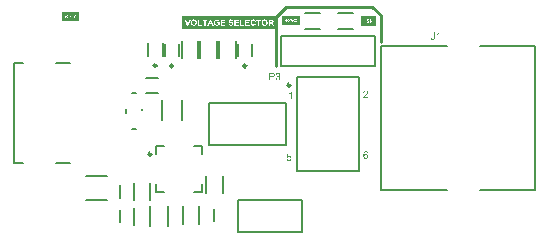
<source format=gbr>
%TF.GenerationSoftware,Altium Limited,Altium Designer,24.4.1 (13)*%
G04 Layer_Color=65535*
%FSLAX45Y45*%
%MOMM*%
%TF.SameCoordinates,F106AC90-439F-428E-8782-533256F23A0D*%
%TF.FilePolarity,Positive*%
%TF.FileFunction,Legend,Top*%
%TF.Part,Single*%
G01*
G75*
%TA.AperFunction,NonConductor*%
%ADD53C,0.10000*%
%ADD54C,0.25000*%
%ADD55C,0.20000*%
%ADD56C,0.25400*%
G36*
X499601Y1840000D02*
X357500D01*
Y1916912D01*
X499601D01*
Y1840000D01*
D02*
G37*
G36*
X2179945Y1777500D02*
X1375000D01*
Y1881370D01*
X2179945D01*
Y1777500D01*
D02*
G37*
G36*
X3021141Y1800000D02*
X2887500D01*
Y1883391D01*
X3021141D01*
Y1800000D01*
D02*
G37*
G36*
X2375556Y1805000D02*
X2222500D01*
Y1888576D01*
X2375556D01*
Y1805000D01*
D02*
G37*
G36*
X2308576Y1182500D02*
X2300718D01*
Y1232519D01*
X2300625Y1232426D01*
X2300163Y1232056D01*
X2299608Y1231502D01*
X2298683Y1230855D01*
X2297666Y1230022D01*
X2296372Y1229098D01*
X2294893Y1228081D01*
X2293229Y1227064D01*
X2293136D01*
X2293044Y1226971D01*
X2292489Y1226602D01*
X2291564Y1226139D01*
X2290455Y1225585D01*
X2289161Y1224937D01*
X2287774Y1224290D01*
X2286387Y1223643D01*
X2285000Y1223088D01*
Y1230670D01*
X2285092D01*
X2285277Y1230855D01*
X2285647Y1230947D01*
X2286109Y1231224D01*
X2286664Y1231502D01*
X2287311Y1231872D01*
X2288883Y1232796D01*
X2290732Y1233813D01*
X2292581Y1235108D01*
X2294523Y1236587D01*
X2296465Y1238159D01*
X2296557Y1238251D01*
X2296649Y1238343D01*
X2296927Y1238621D01*
X2297297Y1238898D01*
X2298129Y1239823D01*
X2299238Y1240932D01*
X2300348Y1242227D01*
X2301550Y1243706D01*
X2302567Y1245185D01*
X2303491Y1246757D01*
X2308576D01*
Y1182500D01*
D02*
G37*
G36*
X2934316Y739164D02*
X2934963D01*
X2935703Y739072D01*
X2937459Y738702D01*
X2939401Y738240D01*
X2941435Y737500D01*
X2943469Y736391D01*
X2944486Y735744D01*
X2945411Y735004D01*
X2945503Y734911D01*
X2945596Y734819D01*
X2945873Y734542D01*
X2946150Y734264D01*
X2946613Y733802D01*
X2946982Y733247D01*
X2947999Y731953D01*
X2949016Y730289D01*
X2949941Y728255D01*
X2950773Y725943D01*
X2951328Y723354D01*
X2943469Y722707D01*
Y722800D01*
X2943377Y722892D01*
X2943284Y723447D01*
X2943007Y724279D01*
X2942637Y725296D01*
X2942267Y726405D01*
X2941712Y727515D01*
X2941065Y728532D01*
X2940418Y729364D01*
X2940233Y729549D01*
X2939863Y729919D01*
X2939216Y730474D01*
X2938292Y731121D01*
X2937090Y731675D01*
X2935795Y732230D01*
X2934223Y732600D01*
X2932559Y732785D01*
X2931912D01*
X2931172Y732692D01*
X2930340Y732508D01*
X2929231Y732230D01*
X2928121Y731860D01*
X2927012Y731398D01*
X2925902Y730658D01*
X2925718Y730566D01*
X2925255Y730196D01*
X2924608Y729549D01*
X2923776Y728624D01*
X2922851Y727515D01*
X2921834Y726221D01*
X2920910Y724556D01*
X2919985Y722707D01*
Y722615D01*
X2919893Y722430D01*
X2919800Y722152D01*
X2919615Y721783D01*
X2919523Y721228D01*
X2919338Y720581D01*
X2919153Y719841D01*
X2918968Y718917D01*
X2918691Y717900D01*
X2918506Y716790D01*
X2918321Y715588D01*
X2918229Y714294D01*
X2918044Y712814D01*
X2917951Y711335D01*
X2917859Y709671D01*
Y708007D01*
X2917951Y708099D01*
X2918321Y708654D01*
X2918968Y709394D01*
X2919800Y710318D01*
X2920725Y711428D01*
X2921927Y712445D01*
X2923221Y713462D01*
X2924701Y714386D01*
X2924793D01*
X2924885Y714479D01*
X2925440Y714756D01*
X2926272Y715033D01*
X2927382Y715496D01*
X2928676Y715865D01*
X2930155Y716143D01*
X2931727Y716420D01*
X2933391Y716513D01*
X2934131D01*
X2934686Y716420D01*
X2935425Y716328D01*
X2936165Y716235D01*
X2937090Y716050D01*
X2938014Y715773D01*
X2940141Y715126D01*
X2941250Y714664D01*
X2942360Y714016D01*
X2943469Y713369D01*
X2944671Y712630D01*
X2945780Y711705D01*
X2946798Y710688D01*
X2946890Y710595D01*
X2947075Y710411D01*
X2947352Y710133D01*
X2947630Y709671D01*
X2948092Y709024D01*
X2948554Y708377D01*
X2949016Y707544D01*
X2949571Y706620D01*
X2950126Y705603D01*
X2950588Y704493D01*
X2951050Y703199D01*
X2951513Y701905D01*
X2951790Y700518D01*
X2952068Y698946D01*
X2952252Y697374D01*
X2952345Y695710D01*
Y695618D01*
Y695433D01*
Y695155D01*
Y694693D01*
X2952252Y694138D01*
Y693584D01*
X2951975Y692104D01*
X2951698Y690348D01*
X2951235Y688498D01*
X2950588Y686464D01*
X2949664Y684523D01*
Y684430D01*
X2949571Y684338D01*
X2949386Y684061D01*
X2949201Y683691D01*
X2948647Y682766D01*
X2947815Y681564D01*
X2946798Y680270D01*
X2945596Y678976D01*
X2944116Y677681D01*
X2942545Y676572D01*
X2942452D01*
X2942360Y676479D01*
X2942082Y676294D01*
X2941712Y676202D01*
X2940788Y675740D01*
X2939586Y675277D01*
X2938014Y674723D01*
X2936258Y674353D01*
X2934316Y673983D01*
X2932189Y673890D01*
X2931727D01*
X2931265Y673983D01*
X2930525D01*
X2929693Y674075D01*
X2928769Y674260D01*
X2927659Y674538D01*
X2926550Y674815D01*
X2925255Y675185D01*
X2923961Y675647D01*
X2922666Y676202D01*
X2921280Y676941D01*
X2919985Y677774D01*
X2918691Y678698D01*
X2917397Y679808D01*
X2916195Y681102D01*
X2916102Y681194D01*
X2915917Y681472D01*
X2915640Y681842D01*
X2915270Y682489D01*
X2914715Y683321D01*
X2914253Y684246D01*
X2913698Y685447D01*
X2913144Y686742D01*
X2912496Y688314D01*
X2911942Y690070D01*
X2911479Y692012D01*
X2911017Y694138D01*
X2910555Y696542D01*
X2910277Y699131D01*
X2910092Y701905D01*
X2910000Y704863D01*
Y704956D01*
Y705048D01*
Y705325D01*
Y705695D01*
X2910092Y706620D01*
Y707914D01*
X2910185Y709394D01*
X2910370Y711150D01*
X2910555Y713092D01*
X2910832Y715218D01*
X2911202Y717345D01*
X2911664Y719656D01*
X2912219Y721875D01*
X2912866Y724094D01*
X2913698Y726221D01*
X2914623Y728255D01*
X2915640Y730196D01*
X2916842Y731860D01*
X2916934Y731953D01*
X2917119Y732138D01*
X2917489Y732508D01*
X2917951Y733062D01*
X2918506Y733617D01*
X2919246Y734172D01*
X2920170Y734911D01*
X2921095Y735559D01*
X2922204Y736206D01*
X2923406Y736945D01*
X2924793Y737500D01*
X2926180Y738147D01*
X2927752Y738610D01*
X2929416Y738979D01*
X2931172Y739164D01*
X2933022Y739257D01*
X2933761D01*
X2934316Y739164D01*
D02*
G37*
G36*
X2299386Y713159D02*
X2273776D01*
X2270355Y695869D01*
X2270448Y695962D01*
X2270632Y696054D01*
X2270910Y696239D01*
X2271372Y696517D01*
X2271927Y696794D01*
X2272574Y697164D01*
X2274053Y697903D01*
X2275902Y698643D01*
X2277937Y699290D01*
X2280155Y699752D01*
X2281265Y699937D01*
X2283299D01*
X2283854Y699845D01*
X2284593Y699752D01*
X2285425Y699660D01*
X2286350Y699475D01*
X2287367Y699198D01*
X2289586Y698551D01*
X2290788Y698088D01*
X2291990Y697441D01*
X2293192Y696794D01*
X2294394Y696054D01*
X2295503Y695130D01*
X2296613Y694113D01*
X2296705Y694020D01*
X2296890Y693835D01*
X2297167Y693558D01*
X2297537Y693096D01*
X2297999Y692448D01*
X2298462Y691801D01*
X2299016Y690969D01*
X2299571Y690045D01*
X2300033Y689028D01*
X2300588Y687918D01*
X2301051Y686624D01*
X2301513Y685329D01*
X2301883Y683942D01*
X2302160Y682371D01*
X2302345Y680799D01*
X2302437Y679135D01*
Y679042D01*
Y678765D01*
Y678303D01*
X2302345Y677655D01*
X2302252Y676916D01*
X2302160Y676084D01*
X2301975Y675067D01*
X2301790Y674050D01*
X2301235Y671646D01*
X2300311Y669150D01*
X2299756Y667855D01*
X2299016Y666653D01*
X2298277Y665359D01*
X2297352Y664157D01*
X2297260Y664064D01*
X2297075Y663787D01*
X2296705Y663417D01*
X2296243Y662955D01*
X2295596Y662400D01*
X2294856Y661661D01*
X2293931Y661013D01*
X2292914Y660274D01*
X2291805Y659534D01*
X2290511Y658887D01*
X2289124Y658240D01*
X2287644Y657593D01*
X2286073Y657130D01*
X2284316Y656760D01*
X2282467Y656483D01*
X2280525Y656391D01*
X2279693D01*
X2279046Y656483D01*
X2278306Y656576D01*
X2277474Y656668D01*
X2276457Y656760D01*
X2275440Y657038D01*
X2273129Y657593D01*
X2270817Y658425D01*
X2269615Y658979D01*
X2268414Y659627D01*
X2267304Y660366D01*
X2266195Y661198D01*
X2266102Y661291D01*
X2265917Y661383D01*
X2265732Y661753D01*
X2265363Y662123D01*
X2264900Y662585D01*
X2264438Y663140D01*
X2263883Y663880D01*
X2263421Y664712D01*
X2262866Y665544D01*
X2262311Y666561D01*
X2261294Y668780D01*
X2260462Y671368D01*
X2260185Y672755D01*
X2260000Y674235D01*
X2268229Y674882D01*
Y674789D01*
Y674604D01*
X2268321Y674327D01*
X2268414Y673865D01*
X2268691Y672848D01*
X2269061Y671461D01*
X2269615Y670074D01*
X2270355Y668502D01*
X2271280Y667116D01*
X2272389Y665821D01*
X2272574Y665729D01*
X2272944Y665359D01*
X2273684Y664897D01*
X2274701Y664342D01*
X2275810Y663787D01*
X2277197Y663325D01*
X2278769Y662955D01*
X2280525Y662863D01*
X2281080D01*
X2281450Y662955D01*
X2282559Y663047D01*
X2283854Y663417D01*
X2285425Y663880D01*
X2286997Y664619D01*
X2288661Y665729D01*
X2289401Y666376D01*
X2290141Y667116D01*
X2290233Y667208D01*
X2290326Y667300D01*
X2290511Y667578D01*
X2290788Y667855D01*
X2291435Y668872D01*
X2292175Y670167D01*
X2292822Y671738D01*
X2293469Y673680D01*
X2293931Y675991D01*
X2294116Y677193D01*
Y678488D01*
Y678580D01*
Y678765D01*
Y679135D01*
X2294024Y679597D01*
Y680152D01*
X2293931Y680799D01*
X2293654Y682278D01*
X2293192Y684035D01*
X2292545Y685792D01*
X2291620Y687456D01*
X2290326Y689028D01*
Y689120D01*
X2290141Y689212D01*
X2289678Y689675D01*
X2288846Y690322D01*
X2287737Y691062D01*
X2286258Y691709D01*
X2284593Y692356D01*
X2282652Y692818D01*
X2281542Y693003D01*
X2279786D01*
X2279046Y692911D01*
X2278121Y692818D01*
X2277012Y692541D01*
X2275902Y692264D01*
X2274701Y691801D01*
X2273499Y691247D01*
X2273406Y691154D01*
X2273036Y690969D01*
X2272482Y690507D01*
X2271742Y690045D01*
X2271002Y689397D01*
X2270263Y688565D01*
X2269431Y687733D01*
X2268783Y686716D01*
X2261387Y687733D01*
X2267581Y720648D01*
X2299386D01*
Y713159D01*
D02*
G37*
G36*
X2933946Y1254164D02*
X2934686Y1254072D01*
X2935610Y1253979D01*
X2936627Y1253795D01*
X2937644Y1253610D01*
X2940048Y1252962D01*
X2942452Y1252038D01*
X2943654Y1251483D01*
X2944856Y1250836D01*
X2945965Y1250004D01*
X2946982Y1249079D01*
X2947075Y1248987D01*
X2947260Y1248894D01*
X2947445Y1248525D01*
X2947815Y1248155D01*
X2948277Y1247692D01*
X2948739Y1247045D01*
X2949201Y1246398D01*
X2949756Y1245566D01*
X2950681Y1243809D01*
X2951605Y1241590D01*
X2951975Y1240481D01*
X2952160Y1239186D01*
X2952345Y1237892D01*
X2952437Y1236505D01*
Y1236320D01*
Y1235858D01*
X2952345Y1235118D01*
X2952252Y1234101D01*
X2952068Y1232992D01*
X2951698Y1231698D01*
X2951328Y1230311D01*
X2950773Y1228924D01*
X2950681Y1228739D01*
X2950496Y1228277D01*
X2950126Y1227537D01*
X2949571Y1226520D01*
X2948832Y1225411D01*
X2947907Y1224024D01*
X2946798Y1222637D01*
X2945503Y1221065D01*
X2945318Y1220880D01*
X2944856Y1220325D01*
X2944394Y1219863D01*
X2943931Y1219401D01*
X2943377Y1218846D01*
X2942637Y1218107D01*
X2941897Y1217367D01*
X2940973Y1216535D01*
X2940048Y1215610D01*
X2938939Y1214593D01*
X2937737Y1213576D01*
X2936442Y1212374D01*
X2934963Y1211172D01*
X2933484Y1209878D01*
X2933391Y1209785D01*
X2933206Y1209601D01*
X2932837Y1209323D01*
X2932374Y1208953D01*
X2931820Y1208399D01*
X2931172Y1207844D01*
X2929693Y1206642D01*
X2928121Y1205255D01*
X2926642Y1203868D01*
X2925348Y1202666D01*
X2924793Y1202204D01*
X2924331Y1201742D01*
X2924238Y1201649D01*
X2923961Y1201372D01*
X2923591Y1201002D01*
X2923129Y1200447D01*
X2922666Y1199800D01*
X2922112Y1199153D01*
X2921002Y1197581D01*
X2952530D01*
Y1190000D01*
X2910092D01*
Y1190092D01*
Y1190462D01*
Y1191017D01*
X2910185Y1191757D01*
X2910277Y1192589D01*
X2910462Y1193513D01*
X2910647Y1194438D01*
X2911017Y1195455D01*
Y1195547D01*
X2911109Y1195640D01*
X2911294Y1196194D01*
X2911664Y1197027D01*
X2912219Y1198136D01*
X2912959Y1199430D01*
X2913883Y1200910D01*
X2914900Y1202389D01*
X2916195Y1203961D01*
Y1204053D01*
X2916379Y1204146D01*
X2916842Y1204700D01*
X2917674Y1205533D01*
X2918876Y1206734D01*
X2920263Y1208121D01*
X2922019Y1209785D01*
X2924146Y1211635D01*
X2926457Y1213576D01*
X2926550Y1213669D01*
X2926919Y1213946D01*
X2927474Y1214408D01*
X2928121Y1214963D01*
X2928954Y1215703D01*
X2929971Y1216535D01*
X2930988Y1217459D01*
X2932189Y1218476D01*
X2934501Y1220695D01*
X2936812Y1222914D01*
X2937922Y1224024D01*
X2938939Y1225133D01*
X2939863Y1226150D01*
X2940603Y1227167D01*
Y1227260D01*
X2940788Y1227352D01*
X2940973Y1227629D01*
X2941158Y1227999D01*
X2941805Y1229016D01*
X2942545Y1230218D01*
X2943192Y1231698D01*
X2943839Y1233269D01*
X2944209Y1235026D01*
X2944394Y1236690D01*
Y1236783D01*
Y1236875D01*
X2944301Y1237430D01*
X2944209Y1238354D01*
X2943931Y1239371D01*
X2943562Y1240666D01*
X2942914Y1241960D01*
X2942082Y1243255D01*
X2940973Y1244549D01*
X2940788Y1244734D01*
X2940326Y1245104D01*
X2939678Y1245566D01*
X2938661Y1246213D01*
X2937367Y1246768D01*
X2935888Y1247323D01*
X2934131Y1247692D01*
X2932189Y1247785D01*
X2931635D01*
X2931265Y1247692D01*
X2930155Y1247600D01*
X2928861Y1247323D01*
X2927474Y1246953D01*
X2925902Y1246306D01*
X2924423Y1245474D01*
X2923036Y1244364D01*
X2922851Y1244179D01*
X2922482Y1243717D01*
X2921927Y1242977D01*
X2921372Y1241868D01*
X2920725Y1240573D01*
X2920170Y1238909D01*
X2919800Y1237060D01*
X2919615Y1234934D01*
X2911572Y1235766D01*
Y1235858D01*
X2911664Y1236135D01*
Y1236598D01*
X2911757Y1237245D01*
X2911942Y1237985D01*
X2912127Y1238817D01*
X2912404Y1239834D01*
X2912681Y1240851D01*
X2913421Y1243070D01*
X2914530Y1245289D01*
X2915178Y1246398D01*
X2916010Y1247508D01*
X2916842Y1248525D01*
X2917766Y1249449D01*
X2917859Y1249542D01*
X2918044Y1249634D01*
X2918321Y1249911D01*
X2918783Y1250189D01*
X2919338Y1250559D01*
X2919985Y1250928D01*
X2920725Y1251391D01*
X2921649Y1251853D01*
X2922666Y1252315D01*
X2923776Y1252778D01*
X2924978Y1253147D01*
X2926272Y1253517D01*
X2927659Y1253795D01*
X2929138Y1254072D01*
X2930710Y1254164D01*
X2932374Y1254257D01*
X2933299D01*
X2933946Y1254164D01*
D02*
G37*
G36*
X2189216Y1405091D02*
X2190418Y1404906D01*
X2191897Y1404628D01*
X2193562Y1404166D01*
X2195226Y1403611D01*
X2196890Y1402872D01*
X2196982D01*
X2197075Y1402779D01*
X2197630Y1402502D01*
X2198462Y1401947D01*
X2199386Y1401300D01*
X2200496Y1400375D01*
X2201605Y1399358D01*
X2202715Y1398156D01*
X2203639Y1396770D01*
X2203732Y1396585D01*
X2204009Y1396122D01*
X2204379Y1395290D01*
X2204841Y1394273D01*
X2205303Y1393071D01*
X2205673Y1391685D01*
X2205951Y1390113D01*
X2206043Y1388541D01*
Y1388356D01*
Y1387801D01*
X2205951Y1387062D01*
X2205766Y1386045D01*
X2205488Y1384843D01*
X2205026Y1383548D01*
X2204471Y1382254D01*
X2203732Y1380960D01*
X2203639Y1380775D01*
X2203362Y1380405D01*
X2202807Y1379758D01*
X2202067Y1379018D01*
X2201143Y1378186D01*
X2200033Y1377261D01*
X2198739Y1376429D01*
X2197167Y1375597D01*
X2197260D01*
X2197445Y1375505D01*
X2197722Y1375412D01*
X2198092Y1375320D01*
X2199109Y1374950D01*
X2200403Y1374395D01*
X2201883Y1373656D01*
X2203362Y1372731D01*
X2204749Y1371529D01*
X2206043Y1370142D01*
X2206136Y1369957D01*
X2206505Y1369403D01*
X2207060Y1368478D01*
X2207615Y1367276D01*
X2208170Y1365797D01*
X2208724Y1364040D01*
X2209094Y1362006D01*
X2209187Y1359787D01*
Y1359695D01*
Y1359417D01*
Y1358955D01*
X2209094Y1358400D01*
X2209002Y1357661D01*
X2208817Y1356829D01*
X2208632Y1355904D01*
X2208447Y1354887D01*
X2207707Y1352668D01*
X2207153Y1351466D01*
X2206598Y1350357D01*
X2205858Y1349155D01*
X2205026Y1347953D01*
X2204102Y1346751D01*
X2202992Y1345641D01*
X2202900Y1345549D01*
X2202715Y1345364D01*
X2202345Y1345087D01*
X2201883Y1344717D01*
X2201328Y1344255D01*
X2200588Y1343792D01*
X2199756Y1343238D01*
X2198739Y1342775D01*
X2197722Y1342221D01*
X2196520Y1341666D01*
X2195318Y1341204D01*
X2193931Y1340741D01*
X2192452Y1340371D01*
X2190880Y1340094D01*
X2189309Y1339909D01*
X2187552Y1339817D01*
X2186720D01*
X2186165Y1339909D01*
X2185425Y1340002D01*
X2184593Y1340094D01*
X2183669Y1340279D01*
X2182652Y1340464D01*
X2180433Y1341019D01*
X2178121Y1341943D01*
X2176919Y1342498D01*
X2175810Y1343145D01*
X2174701Y1343977D01*
X2173591Y1344809D01*
X2173499Y1344902D01*
X2173314Y1345087D01*
X2173036Y1345364D01*
X2172759Y1345734D01*
X2172297Y1346196D01*
X2171834Y1346843D01*
X2171280Y1347491D01*
X2170725Y1348323D01*
X2170170Y1349247D01*
X2169615Y1350172D01*
X2168598Y1352391D01*
X2167766Y1354980D01*
X2167489Y1356366D01*
X2167304Y1357846D01*
X2175163Y1358863D01*
Y1358770D01*
X2175255Y1358585D01*
X2175348Y1358215D01*
X2175440Y1357753D01*
X2175533Y1357198D01*
X2175718Y1356551D01*
X2176180Y1355164D01*
X2176827Y1353500D01*
X2177659Y1351928D01*
X2178584Y1350449D01*
X2179693Y1349155D01*
X2179878Y1349062D01*
X2180248Y1348693D01*
X2180988Y1348230D01*
X2181912Y1347768D01*
X2183022Y1347213D01*
X2184408Y1346751D01*
X2185980Y1346381D01*
X2187644Y1346289D01*
X2188199D01*
X2188569Y1346381D01*
X2189586Y1346474D01*
X2190880Y1346751D01*
X2192360Y1347213D01*
X2193931Y1347860D01*
X2195503Y1348785D01*
X2196982Y1350079D01*
X2197167Y1350264D01*
X2197630Y1350819D01*
X2198184Y1351651D01*
X2198924Y1352761D01*
X2199664Y1354147D01*
X2200218Y1355719D01*
X2200681Y1357568D01*
X2200866Y1359602D01*
Y1359695D01*
Y1359880D01*
Y1360157D01*
X2200773Y1360527D01*
X2200681Y1361544D01*
X2200403Y1362746D01*
X2200033Y1364225D01*
X2199386Y1365704D01*
X2198462Y1367184D01*
X2197260Y1368571D01*
X2197075Y1368755D01*
X2196613Y1369125D01*
X2195873Y1369680D01*
X2194856Y1370327D01*
X2193562Y1370974D01*
X2191990Y1371529D01*
X2190233Y1371899D01*
X2188292Y1372084D01*
X2187459D01*
X2186812Y1371991D01*
X2185980Y1371899D01*
X2185056Y1371714D01*
X2183946Y1371529D01*
X2182744Y1371252D01*
X2183669Y1378186D01*
X2184131D01*
X2184501Y1378094D01*
X2185703D01*
X2186720Y1378278D01*
X2187922Y1378463D01*
X2189309Y1378741D01*
X2190880Y1379203D01*
X2192360Y1379850D01*
X2193931Y1380682D01*
X2194024D01*
X2194116Y1380775D01*
X2194579Y1381145D01*
X2195226Y1381792D01*
X2195965Y1382624D01*
X2196705Y1383826D01*
X2197352Y1385213D01*
X2197815Y1386784D01*
X2197999Y1387709D01*
Y1388726D01*
Y1388818D01*
Y1388911D01*
Y1389466D01*
X2197815Y1390205D01*
X2197630Y1391222D01*
X2197260Y1392332D01*
X2196797Y1393534D01*
X2196058Y1394736D01*
X2195041Y1395845D01*
X2194948Y1395938D01*
X2194486Y1396307D01*
X2193839Y1396770D01*
X2193007Y1397324D01*
X2191897Y1397787D01*
X2190603Y1398249D01*
X2189124Y1398619D01*
X2187459Y1398711D01*
X2186720D01*
X2185888Y1398526D01*
X2184778Y1398341D01*
X2183576Y1397972D01*
X2182374Y1397509D01*
X2181080Y1396770D01*
X2179878Y1395845D01*
X2179786Y1395753D01*
X2179416Y1395290D01*
X2178861Y1394643D01*
X2178214Y1393719D01*
X2177567Y1392517D01*
X2176919Y1391037D01*
X2176365Y1389281D01*
X2175995Y1387247D01*
X2168136Y1388633D01*
Y1388726D01*
X2168229Y1389003D01*
X2168321Y1389373D01*
X2168413Y1389928D01*
X2168598Y1390575D01*
X2168876Y1391315D01*
X2169431Y1393071D01*
X2170355Y1395105D01*
X2171465Y1397139D01*
X2172851Y1399081D01*
X2174608Y1400838D01*
X2174701Y1400930D01*
X2174885Y1401023D01*
X2175163Y1401208D01*
X2175533Y1401485D01*
X2175995Y1401855D01*
X2176642Y1402225D01*
X2177289Y1402594D01*
X2178121Y1403057D01*
X2179970Y1403796D01*
X2182097Y1404536D01*
X2184593Y1404998D01*
X2185888Y1405183D01*
X2188199D01*
X2189216Y1405091D01*
D02*
G37*
G36*
X2138458Y1404813D02*
X2140030Y1404721D01*
X2141694Y1404628D01*
X2143265Y1404443D01*
X2144652Y1404259D01*
X2144837D01*
X2145484Y1404074D01*
X2146317Y1403889D01*
X2147426Y1403611D01*
X2148628Y1403149D01*
X2149922Y1402594D01*
X2151309Y1401947D01*
X2152511Y1401208D01*
X2152696Y1401115D01*
X2153066Y1400838D01*
X2153621Y1400283D01*
X2154360Y1399636D01*
X2155192Y1398804D01*
X2156024Y1397694D01*
X2156949Y1396492D01*
X2157689Y1395105D01*
X2157781Y1394921D01*
X2157966Y1394458D01*
X2158336Y1393626D01*
X2158706Y1392517D01*
X2158983Y1391222D01*
X2159353Y1389743D01*
X2159538Y1388079D01*
X2159630Y1386322D01*
Y1386230D01*
Y1385952D01*
Y1385582D01*
X2159538Y1384935D01*
X2159445Y1384288D01*
X2159353Y1383456D01*
X2159168Y1382531D01*
X2158983Y1381514D01*
X2158336Y1379388D01*
X2157966Y1378278D01*
X2157411Y1377076D01*
X2156764Y1375875D01*
X2156117Y1374765D01*
X2155285Y1373656D01*
X2154360Y1372546D01*
X2154268Y1372454D01*
X2154083Y1372269D01*
X2153805Y1371991D01*
X2153343Y1371714D01*
X2152788Y1371252D01*
X2152049Y1370789D01*
X2151124Y1370235D01*
X2150107Y1369772D01*
X2148905Y1369218D01*
X2147518Y1368663D01*
X2146039Y1368201D01*
X2144282Y1367831D01*
X2142433Y1367461D01*
X2140399Y1367184D01*
X2138088Y1366999D01*
X2135684Y1366906D01*
X2119319D01*
Y1340926D01*
X2110813D01*
Y1404906D01*
X2137071D01*
X2138458Y1404813D01*
D02*
G37*
G36*
X3515004Y1703767D02*
Y1703674D01*
Y1703397D01*
Y1703027D01*
Y1702472D01*
X3514911Y1701733D01*
Y1700993D01*
X3514726Y1699236D01*
X3514541Y1697202D01*
X3514172Y1695076D01*
X3513617Y1693134D01*
X3512970Y1691285D01*
Y1691193D01*
X3512877Y1691100D01*
X3512600Y1690546D01*
X3512138Y1689806D01*
X3511490Y1688789D01*
X3510566Y1687772D01*
X3509549Y1686662D01*
X3508254Y1685553D01*
X3506775Y1684628D01*
X3506590Y1684536D01*
X3506035Y1684259D01*
X3505203Y1683889D01*
X3504001Y1683519D01*
X3502522Y1683057D01*
X3500858Y1682687D01*
X3499009Y1682409D01*
X3496975Y1682317D01*
X3496143D01*
X3495588Y1682409D01*
X3494848Y1682502D01*
X3494109Y1682594D01*
X3492167Y1682964D01*
X3490133Y1683519D01*
X3488006Y1684351D01*
X3486897Y1684906D01*
X3485880Y1685553D01*
X3484955Y1686293D01*
X3484031Y1687125D01*
X3483938Y1687217D01*
X3483846Y1687310D01*
X3483661Y1687679D01*
X3483384Y1688049D01*
X3483014Y1688511D01*
X3482644Y1689159D01*
X3482274Y1689898D01*
X3481812Y1690730D01*
X3481442Y1691655D01*
X3481072Y1692764D01*
X3480702Y1693874D01*
X3480333Y1695168D01*
X3480148Y1696555D01*
X3479870Y1698127D01*
X3479778Y1699699D01*
Y1701455D01*
X3487452Y1702565D01*
Y1702472D01*
Y1702287D01*
Y1701918D01*
X3487544Y1701363D01*
X3487637Y1700808D01*
Y1700161D01*
X3487914Y1698589D01*
X3488191Y1696925D01*
X3488746Y1695261D01*
X3489301Y1693781D01*
X3489671Y1693134D01*
X3490133Y1692580D01*
X3490225Y1692487D01*
X3490595Y1692210D01*
X3491150Y1691747D01*
X3491890Y1691285D01*
X3492907Y1690730D01*
X3494016Y1690361D01*
X3495403Y1689991D01*
X3496882Y1689898D01*
X3497437D01*
X3497992Y1689991D01*
X3498824Y1690083D01*
X3499656Y1690268D01*
X3500581Y1690453D01*
X3501505Y1690823D01*
X3502430Y1691285D01*
X3502522Y1691378D01*
X3502799Y1691563D01*
X3503169Y1691932D01*
X3503724Y1692302D01*
X3504186Y1692949D01*
X3504741Y1693597D01*
X3505203Y1694336D01*
X3505573Y1695261D01*
Y1695353D01*
X3505758Y1695723D01*
X3505850Y1696370D01*
X3506035Y1697202D01*
X3506220Y1698312D01*
X3506313Y1699699D01*
X3506498Y1701363D01*
Y1703304D01*
Y1747406D01*
X3515004D01*
Y1703767D01*
D02*
G37*
G36*
X3555222Y1683426D02*
X3547363D01*
Y1733445D01*
X3547271Y1733353D01*
X3546809Y1732983D01*
X3546254Y1732428D01*
X3545329Y1731781D01*
X3544312Y1730949D01*
X3543018Y1730024D01*
X3541539Y1729007D01*
X3539874Y1727990D01*
X3539782D01*
X3539689Y1727898D01*
X3539135Y1727528D01*
X3538210Y1727066D01*
X3537101Y1726511D01*
X3535806Y1725864D01*
X3534419Y1725217D01*
X3533033Y1724569D01*
X3531646Y1724015D01*
Y1731596D01*
X3531738D01*
X3531923Y1731781D01*
X3532293Y1731873D01*
X3532755Y1732151D01*
X3533310Y1732428D01*
X3533957Y1732798D01*
X3535529Y1733722D01*
X3537378Y1734739D01*
X3539227Y1736034D01*
X3541169Y1737513D01*
X3543110Y1739085D01*
X3543203Y1739177D01*
X3543295Y1739270D01*
X3543573Y1739547D01*
X3543942Y1739825D01*
X3544774Y1740749D01*
X3545884Y1741859D01*
X3546993Y1743153D01*
X3548195Y1744632D01*
X3549212Y1746112D01*
X3550137Y1747683D01*
X3555222D01*
Y1683426D01*
D02*
G37*
%LPC*%
G36*
X437114Y1884772D02*
X436930D01*
X436377Y1884736D01*
X435825Y1884588D01*
X435272Y1884404D01*
X434793Y1884146D01*
X434278Y1883852D01*
X433836Y1883520D01*
X432989Y1882784D01*
X432620Y1882415D01*
X432289Y1882047D01*
X431994Y1881716D01*
X431737Y1881421D01*
X431552Y1881163D01*
X431405Y1880979D01*
X431331Y1880832D01*
X431295Y1880795D01*
X432031Y1884367D01*
X427391D01*
X423523Y1865879D01*
X428459D01*
X429674Y1871661D01*
X429821Y1872287D01*
X429932Y1872913D01*
X430079Y1873466D01*
X430226Y1873944D01*
X430337Y1874423D01*
X430447Y1874865D01*
X430595Y1875233D01*
X430705Y1875565D01*
X430779Y1875860D01*
X430889Y1876117D01*
X430963Y1876338D01*
X431037Y1876523D01*
X431074Y1876633D01*
X431110Y1876744D01*
X431147Y1876817D01*
X431442Y1877406D01*
X431773Y1877922D01*
X432142Y1878364D01*
X432473Y1878732D01*
X432768Y1878990D01*
X432989Y1879211D01*
X433136Y1879358D01*
X433210Y1879395D01*
X433725Y1879727D01*
X434204Y1879985D01*
X434646Y1880132D01*
X435051Y1880279D01*
X435383Y1880353D01*
X435640Y1880390D01*
X435861D01*
X436414Y1880353D01*
X436893Y1880279D01*
X437077Y1880206D01*
X437224Y1880169D01*
X437298Y1880132D01*
X437335D01*
X439250Y1884220D01*
X438808Y1884404D01*
X438366Y1884551D01*
X437961Y1884625D01*
X437629Y1884699D01*
X437335Y1884736D01*
X437114Y1884772D01*
D02*
G37*
G36*
X407060Y1891365D02*
X401867D01*
X391297Y1872103D01*
X388093Y1891365D01*
X382900D01*
X387430Y1865879D01*
X392991D01*
X407060Y1891365D01*
D02*
G37*
G36*
X474201Y1891512D02*
X471181D01*
X470482Y1890813D01*
X469745Y1890150D01*
X468935Y1889524D01*
X468125Y1888897D01*
X467314Y1888345D01*
X466467Y1887793D01*
X465657Y1887277D01*
X464884Y1886835D01*
X464147Y1886393D01*
X463447Y1886025D01*
X462821Y1885730D01*
X462305Y1885472D01*
X461863Y1885251D01*
X461532Y1885067D01*
X461311Y1884993D01*
X461274Y1884957D01*
X461237D01*
X460280Y1880500D01*
X460906Y1880647D01*
X461495Y1880832D01*
X462121Y1881016D01*
X462674Y1881200D01*
X463152Y1881384D01*
X463558Y1881495D01*
X463705Y1881568D01*
X463815Y1881605D01*
X463852Y1881642D01*
X463889D01*
X464626Y1881973D01*
X465325Y1882305D01*
X465952Y1882599D01*
X466467Y1882894D01*
X466909Y1883152D01*
X467241Y1883336D01*
X467425Y1883483D01*
X467498Y1883520D01*
X463815Y1865879D01*
X468824D01*
X474201Y1891512D01*
D02*
G37*
G36*
X443743Y1870703D02*
X438808D01*
X437850Y1865879D01*
X442785D01*
X443743Y1870703D01*
D02*
G37*
G36*
X415237Y1884772D02*
X414905D01*
X413948Y1884736D01*
X413027Y1884588D01*
X412180Y1884404D01*
X411406Y1884146D01*
X410670Y1883852D01*
X410007Y1883520D01*
X409381Y1883152D01*
X408828Y1882784D01*
X408349Y1882379D01*
X407907Y1882047D01*
X407576Y1881679D01*
X407245Y1881384D01*
X407024Y1881126D01*
X406876Y1880942D01*
X406766Y1880795D01*
X406729Y1880758D01*
X406361Y1880206D01*
X406029Y1879616D01*
X405771Y1879027D01*
X405514Y1878438D01*
X405329Y1877848D01*
X405145Y1877296D01*
X404887Y1876265D01*
X404814Y1875786D01*
X404740Y1875344D01*
X404703Y1874939D01*
X404666Y1874607D01*
X404630Y1874350D01*
Y1874165D01*
Y1874018D01*
Y1873981D01*
X404666Y1873281D01*
X404740Y1872619D01*
X404851Y1871956D01*
X404998Y1871366D01*
X405182Y1870814D01*
X405366Y1870298D01*
X405587Y1869856D01*
X405808Y1869414D01*
X405992Y1869046D01*
X406213Y1868715D01*
X406397Y1868420D01*
X406582Y1868199D01*
X406729Y1868015D01*
X406839Y1867867D01*
X406913Y1867794D01*
X406950Y1867757D01*
X407392Y1867352D01*
X407871Y1866984D01*
X408386Y1866652D01*
X408865Y1866394D01*
X409381Y1866173D01*
X409896Y1865989D01*
X410854Y1865695D01*
X411296Y1865584D01*
X411701Y1865510D01*
X412069Y1865474D01*
X412401Y1865437D01*
X412659Y1865400D01*
X413027D01*
X414021Y1865474D01*
X414905Y1865621D01*
X415752Y1865805D01*
X416452Y1866063D01*
X417078Y1866321D01*
X417299Y1866431D01*
X417520Y1866505D01*
X417667Y1866615D01*
X417778Y1866652D01*
X417852Y1866726D01*
X417888D01*
X418662Y1867278D01*
X419362Y1867941D01*
X419988Y1868604D01*
X420503Y1869267D01*
X420872Y1869893D01*
X421056Y1870151D01*
X421166Y1870372D01*
X421277Y1870556D01*
X421350Y1870703D01*
X421424Y1870777D01*
Y1870814D01*
X416968Y1871550D01*
X416710Y1871109D01*
X416415Y1870703D01*
X416084Y1870372D01*
X415752Y1870077D01*
X415458Y1869819D01*
X415126Y1869598D01*
X414795Y1869414D01*
X414500Y1869304D01*
X413948Y1869120D01*
X413690Y1869046D01*
X413469Y1869009D01*
X413321Y1868972D01*
X413064D01*
X412511Y1869009D01*
X411996Y1869157D01*
X411554Y1869341D01*
X411185Y1869525D01*
X410854Y1869746D01*
X410633Y1869893D01*
X410486Y1870040D01*
X410449Y1870077D01*
X410117Y1870519D01*
X409859Y1871035D01*
X409675Y1871514D01*
X409565Y1871992D01*
X409491Y1872434D01*
X409418Y1872766D01*
Y1872987D01*
Y1873024D01*
Y1873061D01*
Y1873208D01*
X409454Y1873355D01*
Y1873502D01*
Y1873539D01*
X421977D01*
X422198Y1874644D01*
X422271Y1875197D01*
X422308Y1875712D01*
X422345Y1876117D01*
Y1876780D01*
X422308Y1877480D01*
X422271Y1878106D01*
X422161Y1878732D01*
X422013Y1879285D01*
X421866Y1879837D01*
X421719Y1880316D01*
X421535Y1880758D01*
X421350Y1881163D01*
X421129Y1881495D01*
X420945Y1881826D01*
X420798Y1882084D01*
X420651Y1882305D01*
X420503Y1882452D01*
X420393Y1882563D01*
X420356Y1882636D01*
X420319Y1882673D01*
X419914Y1883041D01*
X419509Y1883373D01*
X419067Y1883631D01*
X418625Y1883889D01*
X418183Y1884110D01*
X417741Y1884257D01*
X416857Y1884515D01*
X416452Y1884588D01*
X416084Y1884662D01*
X415752Y1884699D01*
X415458Y1884736D01*
X415237Y1884772D01*
D02*
G37*
%LPD*%
G36*
X414942Y1881163D02*
X415421Y1881053D01*
X415863Y1880868D01*
X416194Y1880684D01*
X416489Y1880500D01*
X416673Y1880316D01*
X416820Y1880206D01*
X416857Y1880169D01*
X417152Y1879727D01*
X417373Y1879248D01*
X417557Y1878732D01*
X417667Y1878254D01*
X417741Y1877775D01*
X417778Y1877406D01*
Y1877259D01*
Y1877149D01*
Y1877112D01*
Y1877075D01*
Y1876928D01*
Y1876780D01*
Y1876633D01*
Y1876596D01*
X409933D01*
X410117Y1877406D01*
X410375Y1878069D01*
X410670Y1878659D01*
X410928Y1879137D01*
X411185Y1879543D01*
X411406Y1879800D01*
X411554Y1879985D01*
X411590Y1880021D01*
X412069Y1880427D01*
X412548Y1880721D01*
X413027Y1880905D01*
X413469Y1881053D01*
X413837Y1881126D01*
X414132Y1881200D01*
X414390D01*
X414942Y1881163D01*
D02*
G37*
%LPC*%
G36*
X1809884Y1855970D02*
X1768270D01*
D01*
X1788818D01*
X1786675Y1855896D01*
X1784753Y1855674D01*
X1783053Y1855379D01*
X1781575Y1855083D01*
X1780909Y1854861D01*
X1780318Y1854714D01*
X1779875Y1854566D01*
X1779431Y1854418D01*
X1779135Y1854270D01*
X1778914Y1854196D01*
X1778766Y1854122D01*
X1778692D01*
X1777214Y1853383D01*
X1775957Y1852570D01*
X1774848Y1851683D01*
X1773961Y1850870D01*
X1773222Y1850131D01*
X1772779Y1849540D01*
X1772409Y1849096D01*
X1772335Y1849022D01*
Y1848948D01*
X1771596Y1847692D01*
X1771079Y1846361D01*
X1770709Y1845105D01*
X1770487Y1843996D01*
X1770340Y1843035D01*
X1770192Y1842296D01*
Y1842000D01*
Y1841779D01*
Y1841705D01*
Y1841631D01*
X1770266Y1840522D01*
X1770414Y1839413D01*
X1770635Y1838453D01*
X1770931Y1837492D01*
X1771670Y1835718D01*
X1772557Y1834165D01*
X1772927Y1833500D01*
X1773370Y1832983D01*
X1773740Y1832465D01*
X1774109Y1832022D01*
X1774405Y1831726D01*
X1774627Y1831505D01*
X1774774Y1831357D01*
X1774848Y1831283D01*
X1775514Y1830765D01*
X1776327Y1830248D01*
X1777140Y1829731D01*
X1778101Y1829287D01*
X1779948Y1828400D01*
X1781870Y1827661D01*
X1782831Y1827365D01*
X1783644Y1827070D01*
X1784457Y1826848D01*
X1785122Y1826626D01*
X1785640Y1826478D01*
X1786083Y1826331D01*
X1786379Y1826257D01*
X1786453D01*
X1787635Y1825961D01*
X1788670Y1825665D01*
X1789631Y1825444D01*
X1790518Y1825222D01*
X1791257Y1825000D01*
X1791923Y1824852D01*
X1792514Y1824631D01*
X1793031Y1824483D01*
X1793475Y1824409D01*
X1793844Y1824261D01*
X1794362Y1824113D01*
X1794657Y1823965D01*
X1794731D01*
X1795692Y1823596D01*
X1796431Y1823226D01*
X1797096Y1822857D01*
X1797614Y1822487D01*
X1797983Y1822191D01*
X1798205Y1821970D01*
X1798353Y1821822D01*
X1798427Y1821748D01*
X1798797Y1821231D01*
X1799092Y1820713D01*
X1799240Y1820196D01*
X1799388Y1819752D01*
X1799462Y1819309D01*
X1799536Y1818939D01*
Y1818717D01*
Y1818644D01*
X1799462Y1817609D01*
X1799166Y1816722D01*
X1798723Y1815835D01*
X1798279Y1815096D01*
X1797762Y1814504D01*
X1797392Y1814061D01*
X1797096Y1813765D01*
X1796949Y1813691D01*
X1795914Y1813026D01*
X1794731Y1812509D01*
X1793475Y1812139D01*
X1792292Y1811917D01*
X1791183Y1811770D01*
X1790296Y1811622D01*
X1789483D01*
X1787783Y1811696D01*
X1786305Y1811991D01*
X1785048Y1812361D01*
X1783940Y1812804D01*
X1783053Y1813248D01*
X1782462Y1813617D01*
X1782092Y1813913D01*
X1781944Y1813987D01*
X1780983Y1815022D01*
X1780244Y1816130D01*
X1779579Y1817387D01*
X1779135Y1818644D01*
X1778766Y1819752D01*
X1778470Y1820639D01*
X1778396Y1820935D01*
Y1821231D01*
X1778322Y1821378D01*
Y1821452D01*
X1768270Y1820491D01*
X1768492Y1818939D01*
X1768787Y1817461D01*
X1769231Y1816057D01*
X1769600Y1814800D01*
X1770118Y1813617D01*
X1770635Y1812509D01*
X1771153Y1811548D01*
X1771670Y1810661D01*
X1772187Y1809922D01*
X1772705Y1809256D01*
X1773148Y1808665D01*
X1773592Y1808148D01*
X1773887Y1807778D01*
X1774183Y1807556D01*
X1774331Y1807409D01*
X1774405Y1807335D01*
X1775440Y1806522D01*
X1776548Y1805856D01*
X1777731Y1805265D01*
X1778988Y1804748D01*
X1780170Y1804378D01*
X1781427Y1804009D01*
X1783866Y1803491D01*
X1784975Y1803269D01*
X1786009Y1803122D01*
X1786896Y1803048D01*
X1787709Y1802974D01*
X1788375Y1802900D01*
X1789336D01*
X1791701Y1802974D01*
X1793844Y1803196D01*
X1795766Y1803491D01*
X1796579Y1803639D01*
X1797392Y1803861D01*
X1798057Y1804009D01*
X1798649Y1804156D01*
X1799166Y1804304D01*
X1799610Y1804452D01*
X1799979Y1804600D01*
X1800201Y1804674D01*
X1800349Y1804748D01*
X1800423D01*
X1802049Y1805561D01*
X1803379Y1806448D01*
X1804636Y1807335D01*
X1805597Y1808296D01*
X1806336Y1809109D01*
X1806927Y1809848D01*
X1807223Y1810291D01*
X1807371Y1810365D01*
Y1810439D01*
X1808184Y1811917D01*
X1808849Y1813322D01*
X1809292Y1814726D01*
X1809588Y1816057D01*
X1809736Y1817091D01*
X1809810Y1817609D01*
X1809884Y1817978D01*
Y1818717D01*
X1809810Y1820491D01*
X1809588Y1822044D01*
X1809218Y1823448D01*
X1808849Y1824631D01*
X1808479Y1825591D01*
X1808110Y1826257D01*
X1807888Y1826700D01*
X1807814Y1826848D01*
X1807001Y1828031D01*
X1806040Y1829065D01*
X1805079Y1829952D01*
X1804192Y1830692D01*
X1803379Y1831283D01*
X1802714Y1831726D01*
X1802270Y1832022D01*
X1802197Y1832096D01*
X1802123D01*
X1801383Y1832465D01*
X1800644Y1832835D01*
X1798870Y1833500D01*
X1797023Y1834092D01*
X1795249Y1834683D01*
X1794436Y1834905D01*
X1793623Y1835126D01*
X1792883Y1835348D01*
X1792292Y1835496D01*
X1791775Y1835644D01*
X1791405Y1835718D01*
X1791109Y1835792D01*
X1791036D01*
X1789705Y1836161D01*
X1788522Y1836457D01*
X1787414Y1836752D01*
X1786379Y1837048D01*
X1785566Y1837344D01*
X1784753Y1837639D01*
X1784088Y1837935D01*
X1783496Y1838157D01*
X1782979Y1838379D01*
X1782609Y1838600D01*
X1782240Y1838748D01*
X1782018Y1838896D01*
X1781648Y1839118D01*
X1781575Y1839192D01*
X1781057Y1839709D01*
X1780688Y1840226D01*
X1780466Y1840744D01*
X1780318Y1841261D01*
X1780170Y1841631D01*
X1780096Y1842000D01*
Y1842222D01*
Y1842296D01*
X1780170Y1843035D01*
X1780318Y1843626D01*
X1780614Y1844218D01*
X1780909Y1844661D01*
X1781205Y1845031D01*
X1781501Y1845253D01*
X1781648Y1845400D01*
X1781722Y1845474D01*
X1782757Y1846140D01*
X1783866Y1846583D01*
X1785048Y1846953D01*
X1786157Y1847174D01*
X1787118Y1847322D01*
X1787931Y1847396D01*
X1788670D01*
X1790222Y1847322D01*
X1791553Y1847100D01*
X1792662Y1846805D01*
X1793549Y1846509D01*
X1794288Y1846213D01*
X1794805Y1845918D01*
X1795101Y1845696D01*
X1795175Y1845622D01*
X1795914Y1844883D01*
X1796579Y1843996D01*
X1797096Y1843109D01*
X1797466Y1842148D01*
X1797762Y1841335D01*
X1797910Y1840670D01*
X1798057Y1840153D01*
Y1840079D01*
Y1840005D01*
X1808405Y1840374D01*
X1808331Y1841705D01*
X1808110Y1842887D01*
X1807814Y1844070D01*
X1807444Y1845105D01*
X1807075Y1846140D01*
X1806631Y1847100D01*
X1806188Y1847913D01*
X1805744Y1848727D01*
X1805227Y1849392D01*
X1804784Y1849983D01*
X1804340Y1850500D01*
X1803970Y1850944D01*
X1803675Y1851240D01*
X1803453Y1851461D01*
X1803305Y1851609D01*
X1803231Y1851683D01*
X1802270Y1852422D01*
X1801236Y1853087D01*
X1800127Y1853679D01*
X1798944Y1854196D01*
X1797762Y1854566D01*
X1796579Y1854935D01*
X1794214Y1855453D01*
X1793105Y1855601D01*
X1792144Y1855748D01*
X1791183Y1855822D01*
X1790370Y1855896D01*
X1789705Y1855970D01*
X1809884D01*
D02*
G37*
G36*
X1693839D02*
X1646016D01*
X1671369D01*
X1668708Y1855896D01*
X1666343Y1855601D01*
X1665308Y1855379D01*
X1664273Y1855157D01*
X1663312Y1854935D01*
X1662499Y1854714D01*
X1661760Y1854418D01*
X1661021Y1854196D01*
X1660503Y1853974D01*
X1659986Y1853827D01*
X1659616Y1853605D01*
X1659321Y1853531D01*
X1659173Y1853383D01*
X1659099D01*
X1656808Y1852053D01*
X1655847Y1851240D01*
X1654886Y1850500D01*
X1653999Y1849687D01*
X1653186Y1848874D01*
X1652447Y1848061D01*
X1651782Y1847322D01*
X1651264Y1846583D01*
X1650747Y1845918D01*
X1650303Y1845327D01*
X1649934Y1844809D01*
X1649712Y1844366D01*
X1649490Y1844070D01*
X1649416Y1843848D01*
X1649342Y1843774D01*
X1648751Y1842592D01*
X1648234Y1841409D01*
X1647421Y1838970D01*
X1646829Y1836531D01*
X1646460Y1834387D01*
X1646312Y1833352D01*
X1646164Y1832465D01*
X1646090Y1831652D01*
Y1830913D01*
X1646016Y1830396D01*
Y1829583D01*
X1646164Y1826848D01*
X1646460Y1824335D01*
X1646977Y1822044D01*
X1647199Y1820935D01*
X1647495Y1819974D01*
X1647790Y1819087D01*
X1648012Y1818274D01*
X1648308Y1817609D01*
X1648529Y1817017D01*
X1648677Y1816574D01*
X1648825Y1816204D01*
X1648973Y1815983D01*
Y1815909D01*
X1650229Y1813691D01*
X1651634Y1811770D01*
X1653112Y1810070D01*
X1654590Y1808739D01*
X1655256Y1808148D01*
X1655921Y1807630D01*
X1656438Y1807187D01*
X1656956Y1806891D01*
X1657325Y1806596D01*
X1657695Y1806374D01*
X1657843Y1806300D01*
X1657916Y1806226D01*
X1659099Y1805635D01*
X1660208Y1805117D01*
X1662647Y1804304D01*
X1665012Y1803713D01*
X1667156Y1803343D01*
X1668190Y1803196D01*
X1669077Y1803048D01*
X1669890Y1802974D01*
X1670630D01*
X1671147Y1802900D01*
X1671960D01*
X1674325Y1802974D01*
X1676543Y1803269D01*
X1678686Y1803639D01*
X1680534Y1804082D01*
X1681347Y1804304D01*
X1682086Y1804526D01*
X1682752Y1804748D01*
X1683343Y1804896D01*
X1683786Y1805043D01*
X1684082Y1805191D01*
X1684304Y1805265D01*
X1684378D01*
X1686595Y1806152D01*
X1688443Y1807113D01*
X1690069Y1808074D01*
X1691473Y1808887D01*
X1692508Y1809626D01*
X1692878Y1809922D01*
X1693247Y1810217D01*
X1693469Y1810439D01*
X1693691Y1810587D01*
X1693839Y1810735D01*
Y1807630D01*
Y1831283D01*
X1671591D01*
Y1822635D01*
X1683417D01*
Y1816057D01*
X1682530Y1815391D01*
X1681569Y1814800D01*
X1680608Y1814283D01*
X1679721Y1813839D01*
X1678982Y1813470D01*
X1678317Y1813174D01*
X1677947Y1813026D01*
X1677873Y1812952D01*
X1677799D01*
X1676617Y1812509D01*
X1675434Y1812213D01*
X1674325Y1811991D01*
X1673364Y1811843D01*
X1672477Y1811770D01*
X1671886Y1811696D01*
X1671295D01*
X1670112Y1811770D01*
X1668930Y1811917D01*
X1667895Y1812139D01*
X1666860Y1812435D01*
X1665012Y1813174D01*
X1664273Y1813543D01*
X1663534Y1813987D01*
X1662869Y1814430D01*
X1662277Y1814800D01*
X1661834Y1815244D01*
X1661390Y1815539D01*
X1661095Y1815835D01*
X1660873Y1816057D01*
X1660725Y1816204D01*
X1660651Y1816278D01*
X1659986Y1817165D01*
X1659321Y1818200D01*
X1658803Y1819235D01*
X1658360Y1820344D01*
X1657621Y1822635D01*
X1657177Y1824852D01*
X1657029Y1825887D01*
X1656882Y1826922D01*
X1656808Y1827735D01*
X1656734Y1828548D01*
X1656660Y1829139D01*
Y1829657D01*
Y1829952D01*
Y1830026D01*
X1656734Y1831579D01*
X1656808Y1832983D01*
X1657029Y1834387D01*
X1657251Y1835644D01*
X1657547Y1836752D01*
X1657916Y1837787D01*
X1658286Y1838748D01*
X1658656Y1839635D01*
X1658951Y1840374D01*
X1659321Y1841039D01*
X1659690Y1841557D01*
X1659986Y1842000D01*
X1660208Y1842370D01*
X1660429Y1842592D01*
X1660503Y1842740D01*
X1660577Y1842813D01*
X1661390Y1843553D01*
X1662203Y1844292D01*
X1663090Y1844809D01*
X1663977Y1845327D01*
X1664864Y1845770D01*
X1665751Y1846140D01*
X1667451Y1846657D01*
X1668264Y1846805D01*
X1669004Y1846953D01*
X1669669Y1847027D01*
X1670260Y1847100D01*
X1670704Y1847174D01*
X1671369D01*
X1672995Y1847100D01*
X1674399Y1846805D01*
X1675656Y1846509D01*
X1676764Y1846066D01*
X1677578Y1845696D01*
X1678243Y1845327D01*
X1678612Y1845031D01*
X1678760Y1844957D01*
X1679795Y1844070D01*
X1680682Y1843109D01*
X1681421Y1842148D01*
X1681938Y1841187D01*
X1682382Y1840300D01*
X1682678Y1839635D01*
X1682825Y1839192D01*
X1682899Y1839118D01*
Y1839044D01*
X1693173Y1840966D01*
X1692878Y1842222D01*
X1692434Y1843479D01*
X1691991Y1844587D01*
X1691399Y1845622D01*
X1690882Y1846657D01*
X1690291Y1847544D01*
X1689699Y1848357D01*
X1689108Y1849096D01*
X1688517Y1849761D01*
X1687999Y1850353D01*
X1687556Y1850870D01*
X1687112Y1851240D01*
X1686743Y1851535D01*
X1686447Y1851831D01*
X1686299Y1851905D01*
X1686225Y1851979D01*
X1685191Y1852718D01*
X1684082Y1853309D01*
X1682899Y1853827D01*
X1681643Y1854270D01*
X1679204Y1855009D01*
X1676838Y1855453D01*
X1675730Y1855674D01*
X1674695Y1855748D01*
X1673734Y1855822D01*
X1672921Y1855896D01*
X1672256Y1855970D01*
X1693839D01*
D02*
G37*
G36*
X2000360D02*
X1955864D01*
X1979738D01*
X1977816Y1855896D01*
X1975894Y1855674D01*
X1974194Y1855305D01*
X1972494Y1854861D01*
X1971016Y1854344D01*
X1969538Y1853753D01*
X1968281Y1853087D01*
X1967099Y1852422D01*
X1965990Y1851757D01*
X1965103Y1851092D01*
X1964290Y1850500D01*
X1963625Y1849983D01*
X1963107Y1849540D01*
X1962738Y1849170D01*
X1962516Y1848948D01*
X1962442Y1848874D01*
X1961259Y1847470D01*
X1960299Y1845992D01*
X1959412Y1844440D01*
X1958672Y1842813D01*
X1958007Y1841113D01*
X1957490Y1839487D01*
X1957046Y1837861D01*
X1956677Y1836309D01*
X1956381Y1834757D01*
X1956233Y1833426D01*
X1956085Y1832170D01*
X1955938Y1831135D01*
Y1830248D01*
X1955864Y1829583D01*
Y1828992D01*
X1955938Y1826774D01*
X1956159Y1824705D01*
X1956455Y1822709D01*
X1956899Y1820935D01*
X1957342Y1819235D01*
X1957933Y1817609D01*
X1958525Y1816204D01*
X1959116Y1814948D01*
X1959707Y1813765D01*
X1960299Y1812730D01*
X1960890Y1811917D01*
X1961333Y1811178D01*
X1961777Y1810661D01*
X1962073Y1810217D01*
X1962294Y1809996D01*
X1962368Y1809922D01*
X1963625Y1808665D01*
X1964955Y1807630D01*
X1966360Y1806669D01*
X1967764Y1805930D01*
X1969168Y1805265D01*
X1970573Y1804674D01*
X1971903Y1804230D01*
X1973160Y1803861D01*
X1974416Y1803565D01*
X1975525Y1803343D01*
X1976560Y1803196D01*
X1977373Y1803122D01*
X1978112Y1803048D01*
X1978629Y1802974D01*
X1979073D01*
X1980625Y1803048D01*
X1982029Y1803122D01*
X1983434Y1803343D01*
X1984690Y1803639D01*
X1985873Y1803935D01*
X1986982Y1804230D01*
X1988016Y1804600D01*
X1988977Y1805043D01*
X1989790Y1805413D01*
X1990529Y1805783D01*
X1991195Y1806078D01*
X1991712Y1806374D01*
X1992156Y1806669D01*
X1992451Y1806891D01*
X1992599Y1806965D01*
X1992673Y1807039D01*
X1993634Y1807852D01*
X1994521Y1808739D01*
X1996147Y1810735D01*
X1997477Y1812804D01*
X1998512Y1814800D01*
X1998956Y1815761D01*
X1999325Y1816648D01*
X1999621Y1817461D01*
X1999916Y1818126D01*
X2000138Y1818717D01*
X2000286Y1819161D01*
X2000360Y1819457D01*
Y1819531D01*
X1990308Y1822635D01*
X1989716Y1820639D01*
X1989051Y1818939D01*
X1988386Y1817535D01*
X1987647Y1816352D01*
X1987055Y1815465D01*
X1986538Y1814874D01*
X1986168Y1814504D01*
X1986021Y1814357D01*
X1984838Y1813470D01*
X1983655Y1812878D01*
X1982473Y1812435D01*
X1981438Y1812065D01*
X1980477Y1811917D01*
X1979664Y1811843D01*
X1979368Y1811770D01*
X1978999D01*
X1977964Y1811843D01*
X1977003Y1811917D01*
X1975229Y1812435D01*
X1973677Y1813026D01*
X1972420Y1813839D01*
X1971386Y1814578D01*
X1970647Y1815170D01*
X1970351Y1815465D01*
X1970129Y1815687D01*
X1970055Y1815761D01*
X1969981Y1815835D01*
X1969390Y1816648D01*
X1968873Y1817609D01*
X1968355Y1818644D01*
X1967986Y1819752D01*
X1967394Y1822044D01*
X1966951Y1824335D01*
X1966803Y1825444D01*
X1966729Y1826405D01*
X1966581Y1827365D01*
Y1828178D01*
X1966507Y1828770D01*
Y1829287D01*
Y1829657D01*
Y1829731D01*
X1966581Y1831431D01*
X1966655Y1832983D01*
X1966803Y1834387D01*
X1967025Y1835718D01*
X1967320Y1836900D01*
X1967616Y1838009D01*
X1967912Y1838970D01*
X1968281Y1839857D01*
X1968577Y1840596D01*
X1968873Y1841261D01*
X1969168Y1841779D01*
X1969464Y1842222D01*
X1969686Y1842592D01*
X1969834Y1842813D01*
X1969981Y1842961D01*
Y1843035D01*
X1970647Y1843774D01*
X1971386Y1844440D01*
X1972125Y1844957D01*
X1972938Y1845400D01*
X1974490Y1846140D01*
X1975968Y1846657D01*
X1977225Y1846953D01*
X1977816Y1847027D01*
X1978260Y1847100D01*
X1978703Y1847174D01*
X1979221D01*
X1980699Y1847100D01*
X1982029Y1846805D01*
X1983212Y1846435D01*
X1984247Y1845992D01*
X1985060Y1845548D01*
X1985651Y1845179D01*
X1986021Y1844883D01*
X1986168Y1844809D01*
X1987129Y1843922D01*
X1988016Y1842887D01*
X1988682Y1841853D01*
X1989199Y1840818D01*
X1989569Y1839931D01*
X1989790Y1839266D01*
X1989938Y1838970D01*
Y1838748D01*
X1990012Y1838674D01*
Y1838600D01*
X2000212Y1841039D01*
X1999473Y1843183D01*
X1998660Y1845031D01*
X1997773Y1846657D01*
X1996960Y1847987D01*
X1996147Y1849022D01*
X1995851Y1849466D01*
X1995556Y1849835D01*
X1995334Y1850057D01*
X1995112Y1850279D01*
X1995038Y1850427D01*
X1994964D01*
X1993856Y1851387D01*
X1992599Y1852274D01*
X1991416Y1853014D01*
X1990160Y1853605D01*
X1988829Y1854196D01*
X1987573Y1854640D01*
X1986316Y1855009D01*
X1985134Y1855305D01*
X1984025Y1855527D01*
X1982990Y1855674D01*
X1982103Y1855822D01*
X1981290Y1855896D01*
X1980625Y1855970D01*
X2000360D01*
D02*
G37*
G36*
X1448075Y1855009D02*
X1423939D01*
X1437061D01*
X1424570Y1817165D01*
X1411561Y1855009D01*
X1400400D01*
X1418731Y1803861D01*
X1400400D01*
X1429892D01*
X1448075Y1855009D01*
D02*
G37*
G36*
X1948916D02*
Y1812509D01*
X1920385D01*
Y1826405D01*
X1946033D01*
Y1835052D01*
X1920385D01*
Y1846361D01*
X1947955D01*
Y1855009D01*
X1948916D01*
X1910037D01*
Y1803861D01*
X1948916D01*
Y1855009D01*
D02*
G37*
G36*
X1902646Y1854640D02*
Y1812509D01*
X1876924D01*
Y1854640D01*
X1902646D01*
X1866576D01*
Y1803861D01*
X1902646D01*
Y1854640D01*
D02*
G37*
G36*
X1857558Y1855009D02*
Y1812509D01*
X1829027D01*
Y1826405D01*
X1854675D01*
Y1835052D01*
X1829027D01*
Y1846361D01*
X1856597D01*
Y1855009D01*
X1818679D01*
Y1803861D01*
X1857558D01*
Y1855009D01*
D02*
G37*
G36*
X1742326D02*
Y1812509D01*
X1713795D01*
Y1826405D01*
X1739444D01*
Y1835052D01*
X1713795D01*
Y1846361D01*
X1741365D01*
Y1855009D01*
X1742326D01*
X1703447D01*
Y1803861D01*
X1742326D01*
Y1855009D01*
D02*
G37*
G36*
X1500775Y1855970D02*
X1451179D01*
D01*
X1475866D01*
X1473649Y1855896D01*
X1471505Y1855674D01*
X1469657Y1855305D01*
X1468031Y1854935D01*
X1467366Y1854714D01*
X1466701Y1854566D01*
X1466184Y1854418D01*
X1465740Y1854196D01*
X1465370Y1854122D01*
X1465075Y1853974D01*
X1464927Y1853901D01*
X1464853D01*
X1463523Y1853309D01*
X1462266Y1852570D01*
X1461157Y1851757D01*
X1460196Y1851018D01*
X1459383Y1850353D01*
X1458718Y1849761D01*
X1458349Y1849392D01*
X1458275Y1849318D01*
X1458201Y1849244D01*
X1457166Y1848061D01*
X1456205Y1846805D01*
X1455392Y1845696D01*
X1454727Y1844587D01*
X1454209Y1843626D01*
X1453766Y1842887D01*
X1453692Y1842592D01*
X1453544Y1842370D01*
X1453470Y1842296D01*
Y1842222D01*
X1452731Y1840153D01*
X1452140Y1837935D01*
X1451770Y1835718D01*
X1451475Y1833648D01*
X1451401Y1832687D01*
X1451327Y1831800D01*
X1451253Y1831061D01*
Y1830396D01*
X1451179Y1829805D01*
Y1829065D01*
X1451253Y1826848D01*
X1451475Y1824705D01*
X1451770Y1822709D01*
X1452214Y1820861D01*
X1452731Y1819161D01*
X1453322Y1817609D01*
X1453914Y1816130D01*
X1454579Y1814874D01*
X1455170Y1813691D01*
X1455762Y1812730D01*
X1456353Y1811843D01*
X1456870Y1811104D01*
X1457314Y1810587D01*
X1457609Y1810143D01*
X1457831Y1809922D01*
X1457905Y1809848D01*
X1459236Y1808591D01*
X1460640Y1807556D01*
X1462044Y1806596D01*
X1463597Y1805856D01*
X1465075Y1805191D01*
X1466627Y1804600D01*
X1468031Y1804156D01*
X1469510Y1803787D01*
X1470840Y1803491D01*
X1472097Y1803269D01*
X1473205Y1803122D01*
X1474166Y1803048D01*
X1474905Y1802974D01*
X1475497Y1802900D01*
X1476014D01*
X1478084Y1802974D01*
X1480005Y1803196D01*
X1481853Y1803565D01*
X1483553Y1804009D01*
X1485179Y1804526D01*
X1486658Y1805117D01*
X1487988Y1805709D01*
X1489245Y1806374D01*
X1490279Y1807039D01*
X1491240Y1807630D01*
X1492053Y1808222D01*
X1492719Y1808739D01*
X1493310Y1809183D01*
X1493680Y1809552D01*
X1493901Y1809774D01*
X1493975Y1809848D01*
X1495158Y1811252D01*
X1496193Y1812730D01*
X1497153Y1814283D01*
X1497893Y1815835D01*
X1498558Y1817461D01*
X1499149Y1819087D01*
X1499593Y1820713D01*
X1499962Y1822265D01*
X1500184Y1823670D01*
X1500406Y1825074D01*
X1500554Y1826257D01*
X1500701Y1827291D01*
Y1828178D01*
X1500775Y1828844D01*
Y1811917D01*
Y1829361D01*
X1500701Y1831652D01*
X1500480Y1833796D01*
X1500184Y1835792D01*
X1499740Y1837713D01*
X1499223Y1839413D01*
X1498632Y1841039D01*
X1498040Y1842518D01*
X1497375Y1843774D01*
X1496710Y1844957D01*
X1496119Y1845992D01*
X1495527Y1846879D01*
X1495010Y1847618D01*
X1494640Y1848135D01*
X1494271Y1848579D01*
X1494049Y1848800D01*
X1493975Y1848874D01*
X1492645Y1850131D01*
X1491240Y1851240D01*
X1489762Y1852201D01*
X1488284Y1853014D01*
X1486732Y1853679D01*
X1485253Y1854270D01*
X1483775Y1854714D01*
X1482371Y1855083D01*
X1481040Y1855379D01*
X1479784Y1855601D01*
X1478675Y1855748D01*
X1477714Y1855896D01*
X1476975D01*
X1476384Y1855970D01*
X1500775D01*
D02*
G37*
G36*
X2131850Y1855009D02*
X2108570Y1855009D01*
Y1803861D01*
X2118918D01*
Y1825222D01*
X2122244D01*
X2123279Y1825148D01*
X2124166Y1825074D01*
X2124905Y1824926D01*
X2125496Y1824852D01*
X2125866Y1824705D01*
X2126088Y1824631D01*
X2126162D01*
X2126753Y1824335D01*
X2127344Y1824040D01*
X2127862Y1823670D01*
X2128379Y1823374D01*
X2128749Y1823005D01*
X2129044Y1822709D01*
X2129192Y1822561D01*
X2129266Y1822487D01*
X2129562Y1822118D01*
X2129931Y1821748D01*
X2130744Y1820639D01*
X2131631Y1819457D01*
X2132592Y1818126D01*
X2133405Y1816944D01*
X2133775Y1816352D01*
X2134070Y1815909D01*
X2134366Y1815539D01*
X2134588Y1815244D01*
X2134662Y1815022D01*
X2134736Y1814948D01*
X2142127Y1803861D01*
X2127295D01*
X2154545D01*
D01*
X2148262Y1813839D01*
X2147597Y1814874D01*
X2146931Y1815909D01*
X2146340Y1816796D01*
X2145749Y1817609D01*
X2145231Y1818348D01*
X2144788Y1819087D01*
X2143901Y1820196D01*
X2143236Y1821083D01*
X2142792Y1821674D01*
X2142423Y1822044D01*
X2142349Y1822118D01*
X2141536Y1823005D01*
X2140575Y1823818D01*
X2139688Y1824483D01*
X2138801Y1825148D01*
X2138062Y1825666D01*
X2137470Y1826035D01*
X2137027Y1826331D01*
X2136953Y1826405D01*
X2136879D01*
X2138136Y1826627D01*
X2139244Y1826922D01*
X2140279Y1827218D01*
X2141314Y1827587D01*
X2142201Y1827957D01*
X2143014Y1828327D01*
X2143827Y1828696D01*
X2144492Y1829140D01*
X2145084Y1829509D01*
X2145601Y1829879D01*
X2146044Y1830248D01*
X2146340Y1830544D01*
X2146636Y1830766D01*
X2146858Y1830987D01*
X2146931Y1831061D01*
X2147005Y1831135D01*
X2147597Y1831874D01*
X2148114Y1832614D01*
X2149001Y1834240D01*
X2149592Y1835792D01*
X2149962Y1837344D01*
X2150258Y1838675D01*
X2150331Y1839192D01*
Y1839709D01*
X2150405Y1840079D01*
Y1840448D01*
Y1840596D01*
Y1840670D01*
X2150331Y1842296D01*
X2150036Y1843848D01*
X2149666Y1845179D01*
X2149297Y1846362D01*
X2148853Y1847322D01*
X2148484Y1848062D01*
X2148336Y1848283D01*
X2148188Y1848505D01*
X2148114Y1848579D01*
Y1848653D01*
X2147227Y1849909D01*
X2146266Y1850944D01*
X2145305Y1851757D01*
X2144344Y1852496D01*
X2143457Y1852940D01*
X2142792Y1853309D01*
X2142349Y1853531D01*
X2142275Y1853605D01*
X2142201D01*
X2141462Y1853827D01*
X2140649Y1854049D01*
X2138801Y1854418D01*
X2136805Y1854640D01*
X2134883Y1854862D01*
X2133923D01*
X2133110Y1854936D01*
X2132296D01*
X2131631Y1855009D01*
X2131850D01*
D02*
G37*
G36*
X2046261Y1855009D02*
X2005682D01*
Y1803861D01*
Y1846361D01*
X2020834D01*
Y1803861D01*
X2005682D01*
X2046261D01*
X2031182D01*
Y1846361D01*
X2046261D01*
Y1855009D01*
D02*
G37*
G36*
X1621772D02*
X1591024D01*
X1610833D01*
X1591024Y1803861D01*
X1617474D01*
X1601964D01*
X1606177Y1815465D01*
X1626725D01*
X1631160Y1803861D01*
X1642321D01*
X1621772Y1855009D01*
D02*
G37*
G36*
X1589546D02*
X1548967D01*
Y1803861D01*
Y1846361D01*
X1564120D01*
Y1803861D01*
X1548967D01*
X1589546D01*
X1574468D01*
Y1846361D01*
X1589546D01*
Y1855009D01*
D02*
G37*
G36*
X1545198Y1854640D02*
X1509128D01*
Y1803861D01*
X1545198D01*
Y1854640D01*
D02*
G37*
G36*
X2076048Y1855970D02*
X2075531D01*
X2073313Y1855896D01*
X2071170Y1855674D01*
X2069322Y1855305D01*
X2067696Y1854935D01*
X2067030Y1854714D01*
X2066365Y1854566D01*
X2065848Y1854418D01*
X2065404Y1854196D01*
X2065035Y1854122D01*
X2064739Y1853974D01*
X2064591Y1853901D01*
X2064517D01*
X2063187Y1853309D01*
X2061930Y1852570D01*
X2060822Y1851757D01*
X2059861Y1851018D01*
X2059048Y1850353D01*
X2058382Y1849761D01*
X2058013Y1849392D01*
X2057939Y1849318D01*
X2057865Y1849244D01*
X2056830Y1848061D01*
X2055869Y1846805D01*
X2055056Y1845696D01*
X2054391Y1844587D01*
X2053874Y1843626D01*
X2053430Y1842887D01*
X2053356Y1842592D01*
X2053208Y1842370D01*
X2053135Y1842296D01*
Y1842222D01*
X2052395Y1840153D01*
X2051804Y1837935D01*
X2051435Y1835718D01*
X2051139Y1833648D01*
X2051065Y1832687D01*
X2050991Y1831800D01*
X2050917Y1831061D01*
Y1830396D01*
X2050843Y1829805D01*
Y1829065D01*
X2050917Y1826848D01*
X2051139Y1824705D01*
X2051435Y1822709D01*
X2051878Y1820861D01*
X2052395Y1819161D01*
X2052987Y1817609D01*
X2053578Y1816130D01*
X2054243Y1814874D01*
X2054835Y1813691D01*
X2055426Y1812730D01*
X2056017Y1811843D01*
X2056535Y1811104D01*
X2056978Y1810587D01*
X2057274Y1810143D01*
X2057496Y1809922D01*
X2057569Y1809848D01*
X2058900Y1808591D01*
X2060304Y1807556D01*
X2061709Y1806596D01*
X2063261Y1805856D01*
X2064739Y1805191D01*
X2066291Y1804600D01*
X2067696Y1804156D01*
X2069174Y1803787D01*
X2070504Y1803491D01*
X2071761Y1803269D01*
X2072870Y1803122D01*
X2073830Y1803048D01*
X2074570Y1802974D01*
X2075161Y1802900D01*
X2050843D01*
X2100440D01*
Y1829361D01*
X2100366Y1831652D01*
X2100144Y1833796D01*
X2099848Y1835792D01*
X2099405Y1837713D01*
X2098887Y1839413D01*
X2098296Y1841039D01*
X2097705Y1842518D01*
X2097039Y1843774D01*
X2096374Y1844957D01*
X2095783Y1845992D01*
X2095192Y1846879D01*
X2094674Y1847618D01*
X2094305Y1848135D01*
X2093935Y1848579D01*
X2093713Y1848800D01*
X2093639Y1848874D01*
X2092309Y1850131D01*
X2090905Y1851240D01*
X2089426Y1852201D01*
X2087948Y1853014D01*
X2086396Y1853679D01*
X2084918Y1854270D01*
X2083439Y1854714D01*
X2082035Y1855083D01*
X2080704Y1855379D01*
X2079448Y1855601D01*
X2078339Y1855748D01*
X2077378Y1855896D01*
X2076639D01*
X2076048Y1855970D01*
D02*
G37*
%LPD*%
G36*
X1477197Y1847100D02*
X1478305Y1846953D01*
X1479340Y1846805D01*
X1480301Y1846509D01*
X1482001Y1845770D01*
X1482814Y1845400D01*
X1483479Y1845031D01*
X1484145Y1844587D01*
X1484662Y1844218D01*
X1485105Y1843848D01*
X1485549Y1843479D01*
X1485845Y1843183D01*
X1486066Y1843035D01*
X1486140Y1842887D01*
X1486214Y1842813D01*
X1486879Y1841926D01*
X1487545Y1840966D01*
X1488062Y1840005D01*
X1488506Y1838896D01*
X1489171Y1836679D01*
X1489614Y1834535D01*
X1489836Y1833574D01*
X1489910Y1832613D01*
X1489984Y1831800D01*
X1490058Y1831061D01*
X1490132Y1830396D01*
Y1829952D01*
Y1829657D01*
Y1829583D01*
X1490058Y1827957D01*
X1489984Y1826405D01*
X1489762Y1825000D01*
X1489540Y1823744D01*
X1489245Y1822487D01*
X1488875Y1821378D01*
X1488506Y1820417D01*
X1488136Y1819531D01*
X1487766Y1818717D01*
X1487397Y1818052D01*
X1487101Y1817461D01*
X1486732Y1816944D01*
X1486510Y1816574D01*
X1486288Y1816352D01*
X1486214Y1816204D01*
X1486140Y1816130D01*
X1485401Y1815317D01*
X1484588Y1814652D01*
X1483701Y1814061D01*
X1482888Y1813543D01*
X1482001Y1813174D01*
X1481188Y1812804D01*
X1479562Y1812287D01*
X1478158Y1811917D01*
X1477566Y1811843D01*
X1477049Y1811770D01*
X1476605Y1811696D01*
X1476014D01*
X1474905Y1811770D01*
X1473797Y1811917D01*
X1472762Y1812139D01*
X1471801Y1812435D01*
X1470027Y1813100D01*
X1468623Y1813987D01*
X1467957Y1814357D01*
X1467440Y1814800D01*
X1466923Y1815170D01*
X1466553Y1815539D01*
X1466257Y1815761D01*
X1466036Y1815983D01*
X1465888Y1816130D01*
X1465814Y1816204D01*
X1465149Y1817091D01*
X1464483Y1818052D01*
X1463966Y1819087D01*
X1463523Y1820196D01*
X1462783Y1822339D01*
X1462340Y1824483D01*
X1462192Y1825518D01*
X1462044Y1826405D01*
X1461970Y1827291D01*
X1461896Y1828031D01*
X1461823Y1828622D01*
Y1829065D01*
Y1829361D01*
Y1829435D01*
X1461896Y1831061D01*
X1461970Y1832539D01*
X1462192Y1833944D01*
X1462414Y1835274D01*
X1462710Y1836457D01*
X1463005Y1837566D01*
X1463375Y1838526D01*
X1463744Y1839413D01*
X1464114Y1840226D01*
X1464483Y1840892D01*
X1464779Y1841409D01*
X1465075Y1841926D01*
X1465297Y1842296D01*
X1465518Y1842518D01*
X1465592Y1842666D01*
X1465666Y1842740D01*
X1466405Y1843553D01*
X1467218Y1844218D01*
X1468105Y1844809D01*
X1468918Y1845327D01*
X1469805Y1845770D01*
X1470692Y1846066D01*
X1472318Y1846657D01*
X1473797Y1846953D01*
X1474388Y1847027D01*
X1474979Y1847100D01*
X1475423Y1847174D01*
X1476014D01*
X1477197Y1847100D01*
D02*
G37*
G36*
X2131410Y1846288D02*
X2133036D01*
X2133701Y1846214D01*
X2134144D01*
X2134366Y1846140D01*
X2134440D01*
X2135327Y1845918D01*
X2136140Y1845622D01*
X2136805Y1845327D01*
X2137323Y1844957D01*
X2137766Y1844588D01*
X2138136Y1844366D01*
X2138284Y1844144D01*
X2138357Y1844070D01*
X2138801Y1843479D01*
X2139170Y1842740D01*
X2139392Y1842075D01*
X2139614Y1841409D01*
X2139688Y1840818D01*
X2139762Y1840375D01*
Y1840079D01*
Y1839931D01*
X2139688Y1839118D01*
X2139614Y1838379D01*
X2139392Y1837714D01*
X2139244Y1837122D01*
X2139023Y1836679D01*
X2138801Y1836383D01*
X2138727Y1836161D01*
X2138653Y1836088D01*
X2138210Y1835570D01*
X2137766Y1835127D01*
X2136805Y1834461D01*
X2136436Y1834240D01*
X2136066Y1834092D01*
X2135844Y1833944D01*
X2135770D01*
X2135401Y1833870D01*
X2134810Y1833722D01*
X2134218Y1833648D01*
X2133553Y1833574D01*
X2132001Y1833501D01*
X2130449Y1833427D01*
X2128970Y1833353D01*
X2118918Y1833352D01*
Y1846361D01*
X2130744Y1846362D01*
X2131410Y1846288D01*
D02*
G37*
G36*
X1623399Y1824113D02*
X1609281D01*
X1616229Y1843109D01*
X1623399Y1824113D01*
D02*
G37*
G36*
X1545198Y1812509D02*
X1519475D01*
Y1854640D01*
X1545198D01*
Y1812509D01*
D02*
G37*
G36*
X2076861Y1847100D02*
X2077970Y1846953D01*
X2079004Y1846805D01*
X2079965Y1846509D01*
X2081665Y1845770D01*
X2082478Y1845400D01*
X2083144Y1845031D01*
X2083809Y1844587D01*
X2084326Y1844218D01*
X2084770Y1843848D01*
X2085213Y1843479D01*
X2085509Y1843183D01*
X2085731Y1843035D01*
X2085805Y1842887D01*
X2085878Y1842813D01*
X2086544Y1841926D01*
X2087209Y1840966D01*
X2087726Y1840005D01*
X2088170Y1838896D01*
X2088835Y1836679D01*
X2089279Y1834535D01*
X2089500Y1833574D01*
X2089574Y1832613D01*
X2089648Y1831800D01*
X2089722Y1831061D01*
X2089796Y1830396D01*
Y1829952D01*
Y1829657D01*
Y1829583D01*
X2089722Y1827957D01*
X2089648Y1826405D01*
X2089426Y1825000D01*
X2089205Y1823744D01*
X2088909Y1822487D01*
X2088539Y1821378D01*
X2088170Y1820417D01*
X2087800Y1819531D01*
X2087431Y1818717D01*
X2087061Y1818052D01*
X2086765Y1817461D01*
X2086396Y1816944D01*
X2086174Y1816574D01*
X2085952Y1816352D01*
X2085878Y1816204D01*
X2085805Y1816130D01*
X2085065Y1815317D01*
X2084252Y1814652D01*
X2083365Y1814061D01*
X2082552Y1813543D01*
X2081665Y1813174D01*
X2080852Y1812804D01*
X2079226Y1812287D01*
X2077822Y1811917D01*
X2077231Y1811843D01*
X2076713Y1811770D01*
X2076270Y1811696D01*
X2075678D01*
X2074570Y1811770D01*
X2073461Y1811917D01*
X2072426Y1812139D01*
X2071465Y1812435D01*
X2069691Y1813100D01*
X2068287Y1813987D01*
X2067622Y1814357D01*
X2067104Y1814800D01*
X2066587Y1815170D01*
X2066217Y1815539D01*
X2065922Y1815761D01*
X2065700Y1815983D01*
X2065552Y1816130D01*
X2065478Y1816204D01*
X2064813Y1817091D01*
X2064148Y1818052D01*
X2063630Y1819087D01*
X2063187Y1820196D01*
X2062448Y1822339D01*
X2062004Y1824483D01*
X2061856Y1825518D01*
X2061709Y1826405D01*
X2061635Y1827291D01*
X2061561Y1828031D01*
X2061487Y1828622D01*
Y1829065D01*
Y1829361D01*
Y1829435D01*
X2061561Y1831061D01*
X2061635Y1832539D01*
X2061856Y1833944D01*
X2062078Y1835274D01*
X2062374Y1836457D01*
X2062669Y1837566D01*
X2063039Y1838526D01*
X2063409Y1839413D01*
X2063778Y1840226D01*
X2064148Y1840892D01*
X2064443Y1841409D01*
X2064739Y1841926D01*
X2064961Y1842296D01*
X2065183Y1842518D01*
X2065256Y1842666D01*
X2065330Y1842740D01*
X2066070Y1843553D01*
X2066883Y1844218D01*
X2067770Y1844809D01*
X2068583Y1845327D01*
X2069470Y1845770D01*
X2070357Y1846066D01*
X2071983Y1846657D01*
X2073461Y1846953D01*
X2074052Y1847027D01*
X2074644Y1847100D01*
X2075087Y1847174D01*
X2075678D01*
X2076861Y1847100D01*
D02*
G37*
G36*
X2100440Y1802900D02*
X2075678D01*
X2077748Y1802974D01*
X2079670Y1803196D01*
X2081518Y1803565D01*
X2083218Y1804009D01*
X2084844Y1804526D01*
X2086322Y1805117D01*
X2087652Y1805709D01*
X2088909Y1806374D01*
X2089944Y1807039D01*
X2090905Y1807630D01*
X2091718Y1808222D01*
X2092383Y1808739D01*
X2092974Y1809183D01*
X2093344Y1809552D01*
X2093566Y1809774D01*
X2093639Y1809848D01*
X2094822Y1811252D01*
X2095857Y1812730D01*
X2096818Y1814283D01*
X2097557Y1815835D01*
X2098222Y1817461D01*
X2098813Y1819087D01*
X2099257Y1820713D01*
X2099626Y1822265D01*
X2099848Y1823670D01*
X2100070Y1825074D01*
X2100218Y1826257D01*
X2100366Y1827291D01*
Y1828178D01*
X2100440Y1828844D01*
Y1802900D01*
D02*
G37*
%LPC*%
G36*
X2935274Y1852906D02*
Y1844631D01*
X2926861D01*
Y1852906D01*
X2935274D01*
X2912900D01*
X2921267D01*
Y1844631D01*
X2912900D01*
D01*
Y1838899D01*
X2921267D01*
Y1830624D01*
X2926861D01*
Y1838899D01*
X2935274D01*
Y1852906D01*
D02*
G37*
G36*
X2912900Y1838899D02*
D01*
Y1830624D01*
Y1838899D01*
D02*
G37*
G36*
X2961254Y1857575D02*
X2938233D01*
X2945121D01*
X2940267Y1841164D01*
X2945398Y1840794D01*
X2945814Y1841210D01*
X2946184Y1841534D01*
X2946554Y1841857D01*
X2946878Y1842088D01*
X2947155Y1842273D01*
X2947386Y1842412D01*
X2947525Y1842458D01*
X2947571Y1842504D01*
X2947987Y1842689D01*
X2948449Y1842874D01*
X2948819Y1842967D01*
X2949189Y1843013D01*
X2949513Y1843059D01*
X2949744Y1843105D01*
X2949975D01*
X2950576Y1843059D01*
X2951130Y1842920D01*
X2951593Y1842735D01*
X2951963Y1842551D01*
X2952286Y1842319D01*
X2952517Y1842134D01*
X2952656Y1841996D01*
X2952702Y1841950D01*
X2953072Y1841487D01*
X2953303Y1840933D01*
X2953488Y1840378D01*
X2953627Y1839823D01*
X2953719Y1839361D01*
X2953765Y1838945D01*
Y1838667D01*
Y1838621D01*
Y1838575D01*
X2953673Y1837234D01*
X2953488Y1836032D01*
X2953165Y1835015D01*
X2952841Y1834183D01*
X2952517Y1833536D01*
X2952332Y1833259D01*
X2952194Y1833074D01*
X2952101Y1832889D01*
X2952009Y1832750D01*
X2951916Y1832704D01*
Y1832658D01*
X2951593Y1832288D01*
X2951223Y1831964D01*
X2950530Y1831410D01*
X2949836Y1831040D01*
X2949189Y1830809D01*
X2948680Y1830624D01*
X2948218Y1830577D01*
X2947941Y1830531D01*
X2947848D01*
X2947294Y1830577D01*
X2946785Y1830716D01*
X2946323Y1830855D01*
X2945953Y1831086D01*
X2945676Y1831271D01*
X2945444Y1831410D01*
X2945306Y1831548D01*
X2945260Y1831595D01*
X2944936Y1832057D01*
X2944705Y1832565D01*
X2944520Y1833120D01*
X2944427Y1833675D01*
X2944335Y1834183D01*
X2944289Y1834553D01*
Y1834830D01*
Y1834877D01*
Y1834923D01*
Y1835108D01*
X2944335Y1835339D01*
Y1835524D01*
Y1835616D01*
X2938233Y1835062D01*
X2938279Y1834230D01*
X2938325Y1833490D01*
X2938464Y1832750D01*
X2938649Y1832103D01*
X2938834Y1831456D01*
X2939065Y1830855D01*
X2939296Y1830346D01*
X2939573Y1829884D01*
X2939805Y1829422D01*
X2940036Y1829052D01*
X2940267Y1828728D01*
X2940452Y1828451D01*
X2940637Y1828266D01*
X2940775Y1828127D01*
X2940822Y1828035D01*
X2940868Y1827989D01*
X2941376Y1827526D01*
X2941931Y1827157D01*
X2942486Y1826787D01*
X2943041Y1826509D01*
X2944150Y1826047D01*
X2945213Y1825724D01*
X2945722Y1825631D01*
X2946184Y1825539D01*
X2946600Y1825492D01*
X2946924Y1825446D01*
X2947201Y1825400D01*
X2938233D01*
X2961254D01*
X2947617D01*
X2948819Y1825492D01*
X2949929Y1825677D01*
X2950946Y1825955D01*
X2951870Y1826278D01*
X2952610Y1826556D01*
X2952933Y1826694D01*
X2953211Y1826833D01*
X2953442Y1826972D01*
X2953581Y1827018D01*
X2953673Y1827110D01*
X2953719D01*
X2954783Y1827804D01*
X2955707Y1828590D01*
X2956493Y1829422D01*
X2957140Y1830208D01*
X2957649Y1830947D01*
X2957880Y1831271D01*
X2958018Y1831548D01*
X2958157Y1831733D01*
X2958250Y1831918D01*
X2958342Y1832011D01*
Y1832057D01*
X2958897Y1833259D01*
X2959313Y1834461D01*
X2959590Y1835570D01*
X2959821Y1836541D01*
X2959868Y1837003D01*
X2959914Y1837419D01*
X2959960Y1837743D01*
Y1838066D01*
X2960006Y1838298D01*
Y1838482D01*
Y1838575D01*
Y1838621D01*
X2959960Y1839361D01*
X2959914Y1840100D01*
X2959636Y1841395D01*
X2959452Y1841996D01*
X2959267Y1842551D01*
X2959035Y1843059D01*
X2958804Y1843475D01*
X2958573Y1843891D01*
X2958342Y1844261D01*
X2958157Y1844538D01*
X2957972Y1844769D01*
X2957834Y1845001D01*
X2957695Y1845139D01*
X2957649Y1845186D01*
X2957602Y1845232D01*
X2957140Y1845694D01*
X2956678Y1846064D01*
X2956169Y1846387D01*
X2955661Y1846665D01*
X2954644Y1847127D01*
X2953719Y1847404D01*
X2952887Y1847589D01*
X2952517Y1847636D01*
X2952194Y1847682D01*
X2951963Y1847728D01*
X2951593D01*
X2950899Y1847682D01*
X2950345Y1847636D01*
X2950067Y1847589D01*
X2949882Y1847543D01*
X2949790Y1847497D01*
X2949744D01*
X2949096Y1847312D01*
X2948495Y1847127D01*
X2948264Y1847035D01*
X2948079Y1846988D01*
X2947987Y1846896D01*
X2947941D01*
X2949374Y1851842D01*
X2960053D01*
X2961254Y1857575D01*
D02*
G37*
G36*
X2995741Y1857991D02*
X2965415D01*
X2971101Y1826001D01*
X2995741D01*
X2978081D01*
X2995741Y1857991D01*
D02*
G37*
%LPD*%
G36*
X2975955Y1833813D02*
X2971933Y1857991D01*
X2989222D01*
X2975955Y1833813D01*
D02*
G37*
%LPC*%
G36*
X2330741Y1862991D02*
X2327366D01*
D01*
X2300415D01*
X2306101Y1831001D01*
X2327366D01*
X2313081D01*
X2330741Y1862991D01*
D02*
G37*
G36*
X2270274Y1857906D02*
Y1849631D01*
X2261861D01*
Y1857906D01*
X2270274D01*
X2247900D01*
X2256267D01*
Y1849631D01*
X2247900D01*
Y1850001D01*
Y1843899D01*
X2256267D01*
Y1835624D01*
X2261861D01*
Y1843899D01*
X2270274D01*
Y1857906D01*
D02*
G37*
G36*
X2350156Y1863176D02*
X2327366D01*
D01*
X2341142D01*
X2340356Y1863129D01*
X2339616Y1863037D01*
X2338877Y1862898D01*
X2338183Y1862713D01*
X2336935Y1862251D01*
X2336427Y1862020D01*
X2335918Y1861743D01*
X2335456Y1861465D01*
X2335040Y1861234D01*
X2334716Y1860957D01*
X2334393Y1860772D01*
X2334208Y1860587D01*
X2334023Y1860448D01*
X2333930Y1860356D01*
X2333884Y1860309D01*
X2333191Y1859524D01*
X2332590Y1858645D01*
X2332081Y1857767D01*
X2331665Y1856889D01*
X2331342Y1856103D01*
X2331203Y1855779D01*
X2331064Y1855502D01*
X2330972Y1855224D01*
X2330925Y1855039D01*
X2330879Y1854947D01*
Y1854901D01*
X2336612Y1853791D01*
X2336843Y1854623D01*
X2337120Y1855317D01*
X2337397Y1855918D01*
X2337675Y1856380D01*
X2337906Y1856704D01*
X2338091Y1856981D01*
X2338230Y1857120D01*
X2338276Y1857166D01*
X2338692Y1857490D01*
X2339108Y1857767D01*
X2339524Y1857952D01*
X2339894Y1858044D01*
X2340217Y1858137D01*
X2340448Y1858183D01*
X2340680D01*
X2341188Y1858137D01*
X2341650Y1858044D01*
X2342020Y1857906D01*
X2342390Y1857721D01*
X2342621Y1857536D01*
X2342852Y1857397D01*
X2342945Y1857305D01*
X2342991Y1857258D01*
X2343315Y1856889D01*
X2343546Y1856473D01*
X2343684Y1856056D01*
X2343823Y1855687D01*
X2343869Y1855317D01*
X2343916Y1855039D01*
Y1854855D01*
Y1854762D01*
X2343869Y1853976D01*
X2343731Y1853283D01*
X2343500Y1852682D01*
X2343268Y1852173D01*
X2342991Y1851757D01*
X2342806Y1851480D01*
X2342621Y1851295D01*
X2342575Y1851249D01*
X2342020Y1850833D01*
X2341419Y1850509D01*
X2340818Y1850324D01*
X2340217Y1850139D01*
X2339663Y1850047D01*
X2339200Y1850001D01*
X2338137D01*
X2337074Y1844823D01*
X2337444Y1844869D01*
X2337767Y1844916D01*
X2338045D01*
X2338738Y1844869D01*
X2339339Y1844731D01*
X2339894Y1844546D01*
X2340310Y1844361D01*
X2340680Y1844130D01*
X2340911Y1843945D01*
X2341096Y1843806D01*
X2341142Y1843760D01*
X2341512Y1843298D01*
X2341789Y1842789D01*
X2342020Y1842281D01*
X2342159Y1841772D01*
X2342251Y1841310D01*
X2342298Y1840940D01*
Y1840709D01*
Y1840663D01*
Y1840616D01*
X2342251Y1839830D01*
X2342066Y1839091D01*
X2341835Y1838444D01*
X2341604Y1837935D01*
X2341327Y1837473D01*
X2341096Y1837195D01*
X2340911Y1836964D01*
X2340865Y1836918D01*
X2340310Y1836456D01*
X2339709Y1836086D01*
X2339108Y1835855D01*
X2338553Y1835670D01*
X2338045Y1835577D01*
X2337675Y1835531D01*
X2337397Y1835485D01*
X2337305D01*
X2336750Y1835531D01*
X2336242Y1835624D01*
X2335779Y1835809D01*
X2335410Y1835994D01*
X2335132Y1836132D01*
X2334901Y1836317D01*
X2334762Y1836410D01*
X2334716Y1836456D01*
X2334393Y1836872D01*
X2334115Y1837427D01*
X2333884Y1838028D01*
X2333699Y1838582D01*
X2333560Y1839137D01*
X2333468Y1839599D01*
X2333422Y1839784D01*
X2333376Y1839923D01*
Y1839969D01*
Y1840015D01*
X2327366Y1839276D01*
X2327505Y1838490D01*
X2327643Y1837796D01*
X2327874Y1837103D01*
X2328106Y1836456D01*
X2328337Y1835855D01*
X2328614Y1835346D01*
X2328891Y1834838D01*
X2329169Y1834422D01*
X2329446Y1834006D01*
X2329677Y1833682D01*
X2329908Y1833359D01*
X2330140Y1833127D01*
X2330325Y1832942D01*
X2330463Y1832804D01*
X2330509Y1832758D01*
X2330556Y1832711D01*
X2330741Y1832560D01*
D01*
X2331064Y1832295D01*
X2331619Y1831972D01*
X2332174Y1831648D01*
X2332728Y1831371D01*
X2333838Y1830955D01*
X2334901Y1830677D01*
X2335363Y1830585D01*
X2335826Y1830539D01*
X2336242Y1830492D01*
X2336565Y1830446D01*
X2336889Y1830400D01*
X2337259D01*
X2338230Y1830446D01*
X2339200Y1830585D01*
X2340079Y1830770D01*
X2340911Y1831047D01*
X2341697Y1831325D01*
X2342436Y1831694D01*
X2343083Y1832064D01*
X2343684Y1832434D01*
X2344239Y1832804D01*
X2344701Y1833174D01*
X2345117Y1833543D01*
X2345487Y1833821D01*
X2345718Y1834098D01*
X2345950Y1834283D01*
X2346042Y1834422D01*
X2346088Y1834468D01*
X2346551Y1835023D01*
X2346920Y1835577D01*
X2347290Y1836178D01*
X2347568Y1836733D01*
X2348030Y1837843D01*
X2348307Y1838860D01*
X2348400Y1839276D01*
X2348492Y1839692D01*
X2348538Y1840062D01*
X2348585Y1840385D01*
X2348631Y1840663D01*
Y1840847D01*
Y1840940D01*
Y1840986D01*
X2348585Y1841680D01*
X2348492Y1842327D01*
X2348307Y1842928D01*
X2348169Y1843482D01*
X2347984Y1843899D01*
X2347799Y1844268D01*
X2347706Y1844453D01*
X2347660Y1844546D01*
X2347244Y1845147D01*
X2346782Y1845701D01*
X2346273Y1846164D01*
X2345811Y1846580D01*
X2345349Y1846903D01*
X2344979Y1847134D01*
X2344748Y1847273D01*
X2344701Y1847319D01*
X2344655D01*
X2345580Y1847735D01*
X2346366Y1848151D01*
X2347059Y1848660D01*
X2347614Y1849169D01*
X2348076Y1849585D01*
X2348400Y1849954D01*
X2348631Y1850186D01*
X2348677Y1850278D01*
X2349186Y1851064D01*
X2349555Y1851850D01*
X2349787Y1852589D01*
X2349971Y1853329D01*
X2350064Y1853930D01*
X2350156Y1854392D01*
Y1854808D01*
X2350110Y1855456D01*
X2350064Y1856056D01*
X2349787Y1857166D01*
X2349417Y1858183D01*
X2349001Y1859015D01*
X2348585Y1859708D01*
X2348400Y1859986D01*
X2348215Y1860263D01*
X2348076Y1860448D01*
X2347937Y1860587D01*
X2347891Y1860633D01*
X2347845Y1860679D01*
X2347383Y1861142D01*
X2346874Y1861511D01*
X2346366Y1861835D01*
X2345811Y1862112D01*
X2344701Y1862575D01*
X2343638Y1862852D01*
X2342667Y1863037D01*
X2342251Y1863083D01*
X2341882Y1863129D01*
X2341558Y1863176D01*
X2350156D01*
D01*
D02*
G37*
G36*
X2286870D02*
X2286454D01*
X2285668Y1863129D01*
X2284929Y1863037D01*
X2284189Y1862898D01*
X2283496Y1862713D01*
X2282247Y1862251D01*
X2281739Y1862020D01*
X2281230Y1861743D01*
X2280768Y1861465D01*
X2280352Y1861234D01*
X2280028Y1860957D01*
X2279705Y1860772D01*
X2279520Y1860587D01*
X2279335Y1860448D01*
X2279243Y1860356D01*
X2279196Y1860309D01*
X2278503Y1859524D01*
X2277902Y1858645D01*
X2277393Y1857767D01*
X2276977Y1856889D01*
X2276654Y1856103D01*
X2276515Y1855779D01*
X2276376Y1855502D01*
X2276284Y1855224D01*
X2276238Y1855039D01*
X2276192Y1854947D01*
Y1854901D01*
X2281924Y1853791D01*
X2282155Y1854623D01*
X2282432Y1855317D01*
X2282710Y1855918D01*
X2282987Y1856380D01*
X2283218Y1856704D01*
X2283403Y1856981D01*
X2283542Y1857120D01*
X2283588Y1857166D01*
X2284004Y1857490D01*
X2284420Y1857767D01*
X2284836Y1857952D01*
X2285206Y1858044D01*
X2285530Y1858137D01*
X2285761Y1858183D01*
X2285992D01*
X2286500Y1858137D01*
X2286963Y1858044D01*
X2287332Y1857906D01*
X2287702Y1857721D01*
X2287933Y1857536D01*
X2288165Y1857397D01*
X2288257Y1857305D01*
X2288303Y1857258D01*
X2288627Y1856889D01*
X2288858Y1856473D01*
X2288997Y1856056D01*
X2289135Y1855687D01*
X2289182Y1855317D01*
X2289228Y1855039D01*
Y1854855D01*
Y1854762D01*
X2289182Y1853976D01*
X2289043Y1853283D01*
X2288812Y1852682D01*
X2288581Y1852173D01*
X2288303Y1851757D01*
X2288118Y1851480D01*
X2287933Y1851295D01*
X2287887Y1851249D01*
X2287332Y1850833D01*
X2286732Y1850509D01*
X2286131Y1850324D01*
X2285530Y1850139D01*
X2284975Y1850047D01*
X2284513Y1850001D01*
X2283449D01*
X2282386Y1844823D01*
X2282756Y1844869D01*
X2283080Y1844916D01*
X2283357D01*
X2284050Y1844869D01*
X2284651Y1844731D01*
X2285206Y1844546D01*
X2285622Y1844361D01*
X2285992Y1844130D01*
X2286223Y1843945D01*
X2286408Y1843806D01*
X2286454Y1843760D01*
X2286824Y1843298D01*
X2287101Y1842789D01*
X2287332Y1842281D01*
X2287471Y1841772D01*
X2287564Y1841310D01*
X2287610Y1840940D01*
Y1840709D01*
Y1840663D01*
Y1840616D01*
X2287564Y1839830D01*
X2287379Y1839091D01*
X2287148Y1838444D01*
X2286916Y1837935D01*
X2286639Y1837473D01*
X2286408Y1837195D01*
X2286223Y1836964D01*
X2286177Y1836918D01*
X2285622Y1836456D01*
X2285021Y1836086D01*
X2284420Y1835855D01*
X2283865Y1835670D01*
X2283357Y1835577D01*
X2282987Y1835531D01*
X2282710Y1835485D01*
X2282617D01*
X2282062Y1835531D01*
X2281554Y1835624D01*
X2281092Y1835809D01*
X2280722Y1835994D01*
X2280445Y1836132D01*
X2280213Y1836317D01*
X2280075Y1836410D01*
X2280028Y1836456D01*
X2279705Y1836872D01*
X2279427Y1837427D01*
X2279196Y1838028D01*
X2279011Y1838582D01*
X2278873Y1839137D01*
X2278780Y1839599D01*
X2278734Y1839784D01*
X2278688Y1839923D01*
Y1839969D01*
Y1840015D01*
X2272678Y1839276D01*
X2272817Y1838490D01*
X2272956Y1837796D01*
X2273187Y1837103D01*
X2273418Y1836456D01*
X2273649Y1835855D01*
X2273926Y1835346D01*
X2274204Y1834838D01*
X2274481Y1834422D01*
X2274758Y1834006D01*
X2274990Y1833682D01*
X2275221Y1833359D01*
X2275452Y1833127D01*
X2275637Y1832942D01*
X2275775Y1832804D01*
X2275822Y1832758D01*
X2275868Y1832711D01*
X2276376Y1832295D01*
X2276931Y1831972D01*
X2277486Y1831648D01*
X2278041Y1831371D01*
X2279150Y1830955D01*
X2280213Y1830677D01*
X2280676Y1830585D01*
X2281138Y1830539D01*
X2281554Y1830492D01*
X2281878Y1830446D01*
X2282201Y1830400D01*
X2272678D01*
X2295469D01*
X2282571D01*
X2283542Y1830446D01*
X2284513Y1830585D01*
X2285391Y1830770D01*
X2286223Y1831047D01*
X2287009Y1831325D01*
X2287749Y1831694D01*
X2288396Y1832064D01*
X2288997Y1832434D01*
X2289551Y1832804D01*
X2290014Y1833174D01*
X2290430Y1833543D01*
X2290800Y1833821D01*
X2291031Y1834098D01*
X2291262Y1834283D01*
X2291354Y1834422D01*
X2291401Y1834468D01*
X2291863Y1835023D01*
X2292233Y1835577D01*
X2292602Y1836178D01*
X2292880Y1836733D01*
X2293342Y1837843D01*
X2293619Y1838860D01*
X2293712Y1839276D01*
X2293804Y1839692D01*
X2293851Y1840062D01*
X2293897Y1840385D01*
X2293943Y1840663D01*
Y1840847D01*
Y1840940D01*
Y1840986D01*
X2293897Y1841680D01*
X2293804Y1842327D01*
X2293619Y1842928D01*
X2293481Y1843482D01*
X2293296Y1843899D01*
X2293111Y1844268D01*
X2293019Y1844453D01*
X2292972Y1844546D01*
X2292556Y1845147D01*
X2292094Y1845701D01*
X2291585Y1846164D01*
X2291123Y1846580D01*
X2290661Y1846903D01*
X2290291Y1847134D01*
X2290060Y1847273D01*
X2290014Y1847319D01*
X2289967D01*
X2290892Y1847735D01*
X2291678Y1848151D01*
X2292371Y1848660D01*
X2292926Y1849169D01*
X2293388Y1849585D01*
X2293712Y1849954D01*
X2293943Y1850186D01*
X2293989Y1850278D01*
X2294498Y1851064D01*
X2294868Y1851850D01*
X2295099Y1852589D01*
X2295284Y1853329D01*
X2295376Y1853930D01*
X2295469Y1854392D01*
Y1854808D01*
X2295422Y1855456D01*
X2295376Y1856056D01*
X2295099Y1857166D01*
X2294729Y1858183D01*
X2294313Y1859015D01*
X2293897Y1859708D01*
X2293712Y1859986D01*
X2293527Y1860263D01*
X2293388Y1860448D01*
X2293250Y1860587D01*
X2293203Y1860633D01*
X2293157Y1860679D01*
X2292695Y1861142D01*
X2292186Y1861511D01*
X2291678Y1861835D01*
X2291123Y1862112D01*
X2290014Y1862575D01*
X2288950Y1862852D01*
X2287980Y1863037D01*
X2287564Y1863083D01*
X2287194Y1863129D01*
X2286870Y1863176D01*
D02*
G37*
%LPD*%
G36*
X2310955Y1838813D02*
X2306933Y1862991D01*
X2324222D01*
X2310955Y1838813D01*
D02*
G37*
%LPC*%
G36*
X2931820Y709578D02*
X2931265D01*
X2930895Y709486D01*
X2929971Y709394D01*
X2928676Y709116D01*
X2927289Y708654D01*
X2925718Y707914D01*
X2924238Y706990D01*
X2922759Y705695D01*
X2922574Y705510D01*
X2922204Y705048D01*
X2921557Y704216D01*
X2920910Y703014D01*
X2920263Y701627D01*
X2919615Y699871D01*
X2919246Y697929D01*
X2919061Y695710D01*
Y695525D01*
Y695063D01*
X2919153Y694231D01*
X2919246Y693214D01*
X2919431Y692012D01*
X2919800Y690717D01*
X2920170Y689331D01*
X2920725Y687944D01*
X2920817Y687759D01*
X2921095Y687297D01*
X2921465Y686649D01*
X2922019Y685817D01*
X2922666Y684985D01*
X2923499Y683968D01*
X2924423Y683136D01*
X2925533Y682304D01*
X2925718Y682211D01*
X2926087Y682027D01*
X2926735Y681657D01*
X2927567Y681379D01*
X2928491Y681010D01*
X2929601Y680640D01*
X2930803Y680455D01*
X2932097Y680362D01*
X2932559D01*
X2932929Y680455D01*
X2933854Y680547D01*
X2935056Y680825D01*
X2936350Y681379D01*
X2937829Y682027D01*
X2939309Y683044D01*
X2940048Y683598D01*
X2940695Y684338D01*
Y684430D01*
X2940880Y684523D01*
X2941250Y685078D01*
X2941805Y686002D01*
X2942545Y687204D01*
X2943192Y688776D01*
X2943746Y690625D01*
X2944116Y692751D01*
X2944301Y695248D01*
Y695340D01*
Y695525D01*
Y695895D01*
X2944209Y696357D01*
Y696912D01*
X2944116Y697559D01*
X2943839Y699038D01*
X2943469Y700703D01*
X2942822Y702459D01*
X2941897Y704124D01*
X2940695Y705695D01*
X2940511Y705880D01*
X2940048Y706343D01*
X2939309Y706897D01*
X2938292Y707637D01*
X2936997Y708377D01*
X2935518Y708931D01*
X2933761Y709394D01*
X2931820Y709578D01*
D02*
G37*
G36*
X2137626Y1397324D02*
X2119319D01*
Y1374488D01*
X2136516D01*
X2137163Y1374580D01*
X2137811D01*
X2138550Y1374673D01*
X2140307Y1374858D01*
X2142248Y1375227D01*
X2144190Y1375782D01*
X2145947Y1376522D01*
X2146779Y1376984D01*
X2147426Y1377539D01*
X2147611Y1377724D01*
X2147981Y1378094D01*
X2148535Y1378833D01*
X2149183Y1379758D01*
X2149830Y1380960D01*
X2150385Y1382439D01*
X2150754Y1384103D01*
X2150939Y1386045D01*
Y1386137D01*
Y1386230D01*
Y1386692D01*
X2150847Y1387524D01*
X2150662Y1388449D01*
X2150477Y1389466D01*
X2150107Y1390668D01*
X2149552Y1391777D01*
X2148905Y1392886D01*
X2148813Y1392979D01*
X2148535Y1393349D01*
X2148073Y1393811D01*
X2147518Y1394458D01*
X2146686Y1395105D01*
X2145762Y1395660D01*
X2144745Y1396215D01*
X2143543Y1396677D01*
X2143450D01*
X2143081Y1396770D01*
X2142526Y1396862D01*
X2141786Y1397047D01*
X2140677Y1397139D01*
X2139290Y1397232D01*
X2137626Y1397324D01*
D02*
G37*
%LPD*%
D53*
X1109900Y911860D02*
G03*
X1109900Y911860I-5000J0D01*
G01*
D54*
X1115000Y715000D02*
G03*
X1115000Y715000I-12500J0D01*
G01*
X2292500Y1299500D02*
G03*
X2292500Y1299500I-12500J0D01*
G01*
X1920000Y1462500D02*
G03*
X1920000Y1462500I-12500J0D01*
G01*
X1300000D02*
G03*
X1300000Y1462500I-12500J0D01*
G01*
X1160000Y1465000D02*
G03*
X1160000Y1465000I-12500J0D01*
G01*
D55*
X1069295Y1237500D02*
X1174295D01*
X1069295Y1362500D02*
X1174295D01*
X900000Y1060000D02*
Y1100000D01*
X1040000Y1090000D02*
Y1100000D01*
X950000Y1230000D02*
X990000D01*
X950000Y930000D02*
X990000D01*
X3010000Y1458000D02*
Y1712000D01*
X2210000Y1458000D02*
X3010000D01*
X2210000D02*
Y1712000D01*
X3010000D01*
X3059981Y1629984D02*
X3620000D01*
X3899962D02*
X4359981D01*
X3899962Y410016D02*
X4359981D01*
X3059981D02*
Y1630016D01*
X4359981Y410016D02*
Y1630016D01*
X3059981Y410016D02*
X3620000D01*
X1152500Y787500D02*
X1222500D01*
X1477500D02*
X1547500D01*
Y392500D02*
Y462500D01*
Y717500D02*
Y787500D01*
X1152500Y392500D02*
X1222500D01*
X1477500D02*
X1547500D01*
X1152500D02*
Y462500D01*
Y717500D02*
Y787500D01*
X972500Y137500D02*
Y242500D01*
X847500Y137500D02*
Y242500D01*
X971377Y116376D02*
Y263624D01*
X1108624Y116376D02*
Y263624D01*
X1106377Y106376D02*
Y273624D01*
X1253624Y106376D02*
Y273624D01*
X1381376Y126376D02*
Y273624D01*
X1518624Y126376D02*
Y273624D01*
X1642500Y147500D02*
Y252500D01*
X1517500Y147500D02*
Y252500D01*
X1604750Y1145250D02*
X2255250D01*
X1604750Y794750D02*
Y1145250D01*
Y794750D02*
X2255250D01*
Y1145250D01*
X562500Y530000D02*
X737500D01*
X562500Y330000D02*
X737500D01*
X1828624Y1526376D02*
Y1673624D01*
X1691376Y1526376D02*
Y1673624D01*
X1970000Y1550000D02*
Y1650000D01*
X1850000Y1550000D02*
Y1650000D01*
X1508624Y1526376D02*
Y1673624D01*
X1371376Y1526376D02*
Y1673624D01*
X1668624Y1526376D02*
Y1673624D01*
X1531376Y1526376D02*
Y1673624D01*
X971377Y326376D02*
Y473624D01*
X1108624Y326376D02*
Y473624D01*
X972500Y347500D02*
Y452500D01*
X847500Y347500D02*
Y452500D01*
X1350000Y1550000D02*
Y1650000D01*
X1230000Y1550000D02*
Y1650000D01*
X1213133Y1543933D02*
Y1653933D01*
X1085000Y1545000D02*
Y1655000D01*
X305100Y1491200D02*
X430100D01*
X305100Y641200D02*
X430100D01*
X-44900Y1491200D02*
X30100D01*
X-44900Y641200D02*
Y1491200D01*
Y641200D02*
X30100D01*
X1202500Y1002500D02*
Y1177500D01*
X1377500Y1002500D02*
Y1177500D01*
X1718624Y386376D02*
Y533624D01*
X1581376Y386376D02*
Y533624D01*
X2348500Y574000D02*
X2871500D01*
Y1366000D01*
X2348500Y574000D02*
Y1366000D01*
X2871500D01*
X2693876Y1777500D02*
X2821124D01*
X2693876Y1912500D02*
X2821124D01*
X2413876D02*
X2541124D01*
X2413876Y1777500D02*
X2541124D01*
X1851000Y55500D02*
X2389000D01*
X1851000D02*
Y324500D01*
X2389000D01*
Y55500D02*
Y324500D01*
D56*
X3060000Y1662500D02*
Y1890000D01*
X2987500Y1962500D02*
X3060000Y1890000D01*
X2252500Y1962500D02*
X2987500D01*
X2167500Y1877500D02*
X2252500Y1962500D01*
X2167500Y1460000D02*
Y1877500D01*
%TF.MD5,b518a1d984668c82262382365e986e71*%
M02*

</source>
